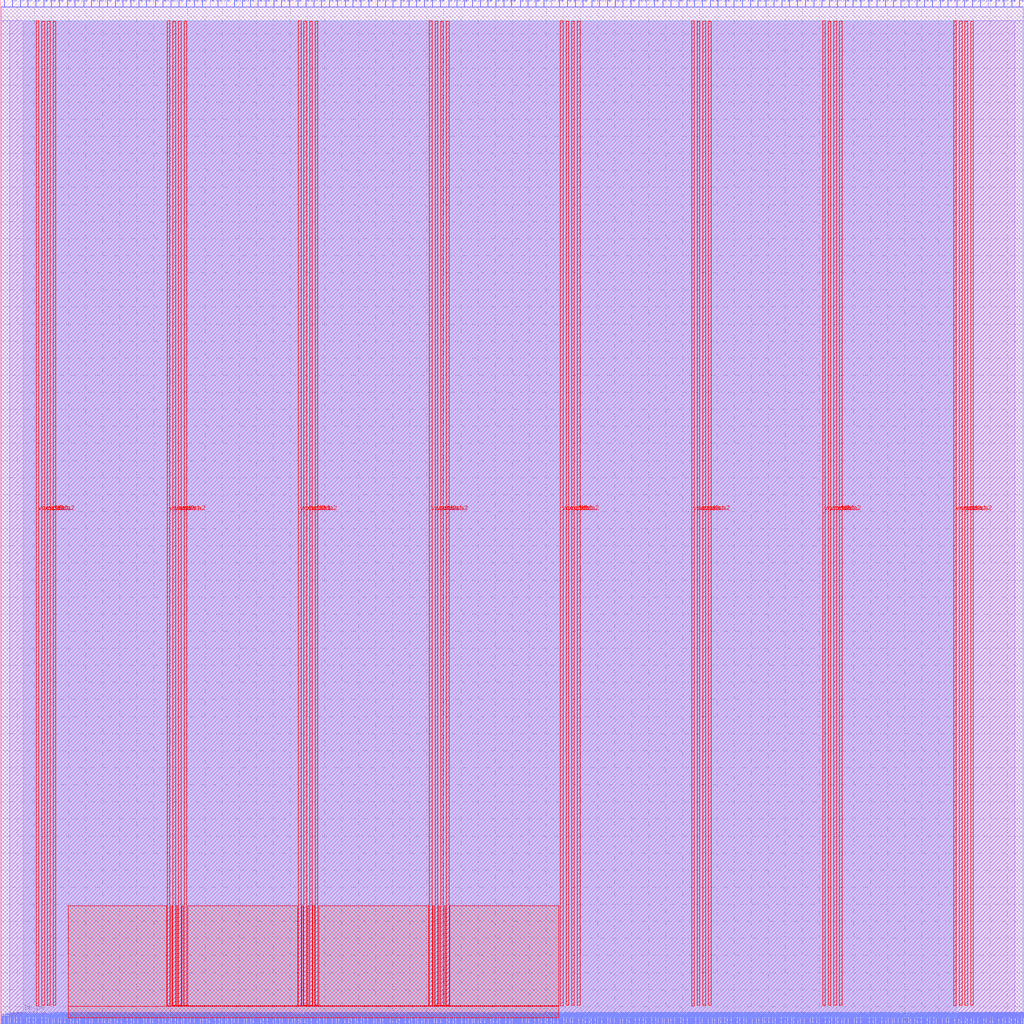
<source format=lef>
VERSION 5.7 ;
  NOWIREEXTENSIONATPIN ON ;
  DIVIDERCHAR "/" ;
  BUSBITCHARS "[]" ;
MACRO user_proj_example
  CLASS BLOCK ;
  FOREIGN user_proj_example ;
  ORIGIN 0.000 0.000 ;
  SIZE 600.000 BY 600.000 ;
  PIN io_in[0]
    DIRECTION INPUT ;
    USE SIGNAL ;
    PORT
      LAYER met2 ;
        RECT 2.390 596.000 2.670 600.000 ;
    END
  END io_in[0]
  PIN io_in[10]
    DIRECTION INPUT ;
    USE SIGNAL ;
    PORT
      LAYER met2 ;
        RECT 141.770 596.000 142.050 600.000 ;
    END
  END io_in[10]
  PIN io_in[11]
    DIRECTION INPUT ;
    USE SIGNAL ;
    PORT
      LAYER met2 ;
        RECT 155.570 596.000 155.850 600.000 ;
    END
  END io_in[11]
  PIN io_in[12]
    DIRECTION INPUT ;
    USE SIGNAL ;
    PORT
      LAYER met2 ;
        RECT 169.370 596.000 169.650 600.000 ;
    END
  END io_in[12]
  PIN io_in[13]
    DIRECTION INPUT ;
    USE SIGNAL ;
    PORT
      LAYER met2 ;
        RECT 183.630 596.000 183.910 600.000 ;
    END
  END io_in[13]
  PIN io_in[14]
    DIRECTION INPUT ;
    USE SIGNAL ;
    PORT
      LAYER met2 ;
        RECT 197.430 596.000 197.710 600.000 ;
    END
  END io_in[14]
  PIN io_in[15]
    DIRECTION INPUT ;
    USE SIGNAL ;
    PORT
      LAYER met2 ;
        RECT 211.230 596.000 211.510 600.000 ;
    END
  END io_in[15]
  PIN io_in[16]
    DIRECTION INPUT ;
    USE SIGNAL ;
    PORT
      LAYER met2 ;
        RECT 225.490 596.000 225.770 600.000 ;
    END
  END io_in[16]
  PIN io_in[17]
    DIRECTION INPUT ;
    USE SIGNAL ;
    PORT
      LAYER met2 ;
        RECT 239.290 596.000 239.570 600.000 ;
    END
  END io_in[17]
  PIN io_in[18]
    DIRECTION INPUT ;
    USE SIGNAL ;
    PORT
      LAYER met2 ;
        RECT 253.090 596.000 253.370 600.000 ;
    END
  END io_in[18]
  PIN io_in[19]
    DIRECTION INPUT ;
    USE SIGNAL ;
    PORT
      LAYER met2 ;
        RECT 267.350 596.000 267.630 600.000 ;
    END
  END io_in[19]
  PIN io_in[1]
    DIRECTION INPUT ;
    USE SIGNAL ;
    PORT
      LAYER met2 ;
        RECT 16.190 596.000 16.470 600.000 ;
    END
  END io_in[1]
  PIN io_in[20]
    DIRECTION INPUT ;
    USE SIGNAL ;
    PORT
      LAYER met2 ;
        RECT 281.150 596.000 281.430 600.000 ;
    END
  END io_in[20]
  PIN io_in[21]
    DIRECTION INPUT ;
    USE SIGNAL ;
    PORT
      LAYER met2 ;
        RECT 294.950 596.000 295.230 600.000 ;
    END
  END io_in[21]
  PIN io_in[22]
    DIRECTION INPUT ;
    USE SIGNAL ;
    PORT
      LAYER met2 ;
        RECT 309.210 596.000 309.490 600.000 ;
    END
  END io_in[22]
  PIN io_in[23]
    DIRECTION INPUT ;
    USE SIGNAL ;
    PORT
      LAYER met2 ;
        RECT 323.010 596.000 323.290 600.000 ;
    END
  END io_in[23]
  PIN io_in[24]
    DIRECTION INPUT ;
    USE SIGNAL ;
    PORT
      LAYER met2 ;
        RECT 336.810 596.000 337.090 600.000 ;
    END
  END io_in[24]
  PIN io_in[25]
    DIRECTION INPUT ;
    USE SIGNAL ;
    PORT
      LAYER met2 ;
        RECT 351.070 596.000 351.350 600.000 ;
    END
  END io_in[25]
  PIN io_in[26]
    DIRECTION INPUT ;
    USE SIGNAL ;
    PORT
      LAYER met2 ;
        RECT 364.870 596.000 365.150 600.000 ;
    END
  END io_in[26]
  PIN io_in[27]
    DIRECTION INPUT ;
    USE SIGNAL ;
    PORT
      LAYER met2 ;
        RECT 378.670 596.000 378.950 600.000 ;
    END
  END io_in[27]
  PIN io_in[28]
    DIRECTION INPUT ;
    USE SIGNAL ;
    PORT
      LAYER met2 ;
        RECT 392.930 596.000 393.210 600.000 ;
    END
  END io_in[28]
  PIN io_in[29]
    DIRECTION INPUT ;
    USE SIGNAL ;
    PORT
      LAYER met2 ;
        RECT 406.730 596.000 407.010 600.000 ;
    END
  END io_in[29]
  PIN io_in[2]
    DIRECTION INPUT ;
    USE SIGNAL ;
    PORT
      LAYER met2 ;
        RECT 29.990 596.000 30.270 600.000 ;
    END
  END io_in[2]
  PIN io_in[30]
    DIRECTION INPUT ;
    USE SIGNAL ;
    PORT
      LAYER met2 ;
        RECT 420.530 596.000 420.810 600.000 ;
    END
  END io_in[30]
  PIN io_in[31]
    DIRECTION INPUT ;
    USE SIGNAL ;
    PORT
      LAYER met2 ;
        RECT 434.790 596.000 435.070 600.000 ;
    END
  END io_in[31]
  PIN io_in[32]
    DIRECTION INPUT ;
    USE SIGNAL ;
    PORT
      LAYER met2 ;
        RECT 448.590 596.000 448.870 600.000 ;
    END
  END io_in[32]
  PIN io_in[33]
    DIRECTION INPUT ;
    USE SIGNAL ;
    PORT
      LAYER met2 ;
        RECT 462.390 596.000 462.670 600.000 ;
    END
  END io_in[33]
  PIN io_in[34]
    DIRECTION INPUT ;
    USE SIGNAL ;
    PORT
      LAYER met2 ;
        RECT 476.650 596.000 476.930 600.000 ;
    END
  END io_in[34]
  PIN io_in[35]
    DIRECTION INPUT ;
    USE SIGNAL ;
    PORT
      LAYER met2 ;
        RECT 490.450 596.000 490.730 600.000 ;
    END
  END io_in[35]
  PIN io_in[36]
    DIRECTION INPUT ;
    USE SIGNAL ;
    PORT
      LAYER met2 ;
        RECT 504.250 596.000 504.530 600.000 ;
    END
  END io_in[36]
  PIN io_in[37]
    DIRECTION INPUT ;
    USE SIGNAL ;
    PORT
      LAYER met2 ;
        RECT 518.510 596.000 518.790 600.000 ;
    END
  END io_in[37]
  PIN io_in[38]
    DIRECTION INPUT ;
    USE SIGNAL ;
    PORT
      LAYER met2 ;
        RECT 532.310 596.000 532.590 600.000 ;
    END
  END io_in[38]
  PIN io_in[39]
    DIRECTION INPUT ;
    USE SIGNAL ;
    PORT
      LAYER met2 ;
        RECT 546.110 596.000 546.390 600.000 ;
    END
  END io_in[39]
  PIN io_in[3]
    DIRECTION INPUT ;
    USE SIGNAL ;
    PORT
      LAYER met2 ;
        RECT 43.790 596.000 44.070 600.000 ;
    END
  END io_in[3]
  PIN io_in[40]
    DIRECTION INPUT ;
    USE SIGNAL ;
    PORT
      LAYER met2 ;
        RECT 560.370 596.000 560.650 600.000 ;
    END
  END io_in[40]
  PIN io_in[41]
    DIRECTION INPUT ;
    USE SIGNAL ;
    PORT
      LAYER met2 ;
        RECT 574.170 596.000 574.450 600.000 ;
    END
  END io_in[41]
  PIN io_in[42]
    DIRECTION INPUT ;
    USE SIGNAL ;
    PORT
      LAYER met2 ;
        RECT 587.970 596.000 588.250 600.000 ;
    END
  END io_in[42]
  PIN io_in[4]
    DIRECTION INPUT ;
    USE SIGNAL ;
    PORT
      LAYER met2 ;
        RECT 58.050 596.000 58.330 600.000 ;
    END
  END io_in[4]
  PIN io_in[5]
    DIRECTION INPUT ;
    USE SIGNAL ;
    PORT
      LAYER met2 ;
        RECT 71.850 596.000 72.130 600.000 ;
    END
  END io_in[5]
  PIN io_in[6]
    DIRECTION INPUT ;
    USE SIGNAL ;
    PORT
      LAYER met2 ;
        RECT 85.650 596.000 85.930 600.000 ;
    END
  END io_in[6]
  PIN io_in[7]
    DIRECTION INPUT ;
    USE SIGNAL ;
    PORT
      LAYER met2 ;
        RECT 99.910 596.000 100.190 600.000 ;
    END
  END io_in[7]
  PIN io_in[8]
    DIRECTION INPUT ;
    USE SIGNAL ;
    PORT
      LAYER met2 ;
        RECT 113.710 596.000 113.990 600.000 ;
    END
  END io_in[8]
  PIN io_in[9]
    DIRECTION INPUT ;
    USE SIGNAL ;
    PORT
      LAYER met2 ;
        RECT 127.510 596.000 127.790 600.000 ;
    END
  END io_in[9]
  PIN io_oeb[0]
    DIRECTION OUTPUT TRISTATE ;
    USE SIGNAL ;
    PORT
      LAYER met2 ;
        RECT 6.990 596.000 7.270 600.000 ;
    END
  END io_oeb[0]
  PIN io_oeb[10]
    DIRECTION OUTPUT TRISTATE ;
    USE SIGNAL ;
    PORT
      LAYER met2 ;
        RECT 146.370 596.000 146.650 600.000 ;
    END
  END io_oeb[10]
  PIN io_oeb[11]
    DIRECTION OUTPUT TRISTATE ;
    USE SIGNAL ;
    PORT
      LAYER met2 ;
        RECT 160.170 596.000 160.450 600.000 ;
    END
  END io_oeb[11]
  PIN io_oeb[12]
    DIRECTION OUTPUT TRISTATE ;
    USE SIGNAL ;
    PORT
      LAYER met2 ;
        RECT 174.430 596.000 174.710 600.000 ;
    END
  END io_oeb[12]
  PIN io_oeb[13]
    DIRECTION OUTPUT TRISTATE ;
    USE SIGNAL ;
    PORT
      LAYER met2 ;
        RECT 188.230 596.000 188.510 600.000 ;
    END
  END io_oeb[13]
  PIN io_oeb[14]
    DIRECTION OUTPUT TRISTATE ;
    USE SIGNAL ;
    PORT
      LAYER met2 ;
        RECT 202.030 596.000 202.310 600.000 ;
    END
  END io_oeb[14]
  PIN io_oeb[15]
    DIRECTION OUTPUT TRISTATE ;
    USE SIGNAL ;
    PORT
      LAYER met2 ;
        RECT 215.830 596.000 216.110 600.000 ;
    END
  END io_oeb[15]
  PIN io_oeb[16]
    DIRECTION OUTPUT TRISTATE ;
    USE SIGNAL ;
    PORT
      LAYER met2 ;
        RECT 230.090 596.000 230.370 600.000 ;
    END
  END io_oeb[16]
  PIN io_oeb[17]
    DIRECTION OUTPUT TRISTATE ;
    USE SIGNAL ;
    PORT
      LAYER met2 ;
        RECT 243.890 596.000 244.170 600.000 ;
    END
  END io_oeb[17]
  PIN io_oeb[18]
    DIRECTION OUTPUT TRISTATE ;
    USE SIGNAL ;
    PORT
      LAYER met2 ;
        RECT 257.690 596.000 257.970 600.000 ;
    END
  END io_oeb[18]
  PIN io_oeb[19]
    DIRECTION OUTPUT TRISTATE ;
    USE SIGNAL ;
    PORT
      LAYER met2 ;
        RECT 271.950 596.000 272.230 600.000 ;
    END
  END io_oeb[19]
  PIN io_oeb[1]
    DIRECTION OUTPUT TRISTATE ;
    USE SIGNAL ;
    PORT
      LAYER met2 ;
        RECT 20.790 596.000 21.070 600.000 ;
    END
  END io_oeb[1]
  PIN io_oeb[20]
    DIRECTION OUTPUT TRISTATE ;
    USE SIGNAL ;
    PORT
      LAYER met2 ;
        RECT 285.750 596.000 286.030 600.000 ;
    END
  END io_oeb[20]
  PIN io_oeb[21]
    DIRECTION OUTPUT TRISTATE ;
    USE SIGNAL ;
    PORT
      LAYER met2 ;
        RECT 299.550 596.000 299.830 600.000 ;
    END
  END io_oeb[21]
  PIN io_oeb[22]
    DIRECTION OUTPUT TRISTATE ;
    USE SIGNAL ;
    PORT
      LAYER met2 ;
        RECT 313.810 596.000 314.090 600.000 ;
    END
  END io_oeb[22]
  PIN io_oeb[23]
    DIRECTION OUTPUT TRISTATE ;
    USE SIGNAL ;
    PORT
      LAYER met2 ;
        RECT 327.610 596.000 327.890 600.000 ;
    END
  END io_oeb[23]
  PIN io_oeb[24]
    DIRECTION OUTPUT TRISTATE ;
    USE SIGNAL ;
    PORT
      LAYER met2 ;
        RECT 341.410 596.000 341.690 600.000 ;
    END
  END io_oeb[24]
  PIN io_oeb[25]
    DIRECTION OUTPUT TRISTATE ;
    USE SIGNAL ;
    PORT
      LAYER met2 ;
        RECT 355.670 596.000 355.950 600.000 ;
    END
  END io_oeb[25]
  PIN io_oeb[26]
    DIRECTION OUTPUT TRISTATE ;
    USE SIGNAL ;
    PORT
      LAYER met2 ;
        RECT 369.470 596.000 369.750 600.000 ;
    END
  END io_oeb[26]
  PIN io_oeb[27]
    DIRECTION OUTPUT TRISTATE ;
    USE SIGNAL ;
    PORT
      LAYER met2 ;
        RECT 383.270 596.000 383.550 600.000 ;
    END
  END io_oeb[27]
  PIN io_oeb[28]
    DIRECTION OUTPUT TRISTATE ;
    USE SIGNAL ;
    PORT
      LAYER met2 ;
        RECT 397.530 596.000 397.810 600.000 ;
    END
  END io_oeb[28]
  PIN io_oeb[29]
    DIRECTION OUTPUT TRISTATE ;
    USE SIGNAL ;
    PORT
      LAYER met2 ;
        RECT 411.330 596.000 411.610 600.000 ;
    END
  END io_oeb[29]
  PIN io_oeb[2]
    DIRECTION OUTPUT TRISTATE ;
    USE SIGNAL ;
    PORT
      LAYER met2 ;
        RECT 34.590 596.000 34.870 600.000 ;
    END
  END io_oeb[2]
  PIN io_oeb[30]
    DIRECTION OUTPUT TRISTATE ;
    USE SIGNAL ;
    PORT
      LAYER met2 ;
        RECT 425.130 596.000 425.410 600.000 ;
    END
  END io_oeb[30]
  PIN io_oeb[31]
    DIRECTION OUTPUT TRISTATE ;
    USE SIGNAL ;
    PORT
      LAYER met2 ;
        RECT 439.390 596.000 439.670 600.000 ;
    END
  END io_oeb[31]
  PIN io_oeb[32]
    DIRECTION OUTPUT TRISTATE ;
    USE SIGNAL ;
    PORT
      LAYER met2 ;
        RECT 453.190 596.000 453.470 600.000 ;
    END
  END io_oeb[32]
  PIN io_oeb[33]
    DIRECTION OUTPUT TRISTATE ;
    USE SIGNAL ;
    PORT
      LAYER met2 ;
        RECT 466.990 596.000 467.270 600.000 ;
    END
  END io_oeb[33]
  PIN io_oeb[34]
    DIRECTION OUTPUT TRISTATE ;
    USE SIGNAL ;
    PORT
      LAYER met2 ;
        RECT 481.250 596.000 481.530 600.000 ;
    END
  END io_oeb[34]
  PIN io_oeb[35]
    DIRECTION OUTPUT TRISTATE ;
    USE SIGNAL ;
    PORT
      LAYER met2 ;
        RECT 495.050 596.000 495.330 600.000 ;
    END
  END io_oeb[35]
  PIN io_oeb[36]
    DIRECTION OUTPUT TRISTATE ;
    USE SIGNAL ;
    PORT
      LAYER met2 ;
        RECT 508.850 596.000 509.130 600.000 ;
    END
  END io_oeb[36]
  PIN io_oeb[37]
    DIRECTION OUTPUT TRISTATE ;
    USE SIGNAL ;
    PORT
      LAYER met2 ;
        RECT 523.110 596.000 523.390 600.000 ;
    END
  END io_oeb[37]
  PIN io_oeb[38]
    DIRECTION OUTPUT TRISTATE ;
    USE SIGNAL ;
    PORT
      LAYER met2 ;
        RECT 536.910 596.000 537.190 600.000 ;
    END
  END io_oeb[38]
  PIN io_oeb[39]
    DIRECTION OUTPUT TRISTATE ;
    USE SIGNAL ;
    PORT
      LAYER met2 ;
        RECT 550.710 596.000 550.990 600.000 ;
    END
  END io_oeb[39]
  PIN io_oeb[3]
    DIRECTION OUTPUT TRISTATE ;
    USE SIGNAL ;
    PORT
      LAYER met2 ;
        RECT 48.850 596.000 49.130 600.000 ;
    END
  END io_oeb[3]
  PIN io_oeb[40]
    DIRECTION OUTPUT TRISTATE ;
    USE SIGNAL ;
    PORT
      LAYER met2 ;
        RECT 564.970 596.000 565.250 600.000 ;
    END
  END io_oeb[40]
  PIN io_oeb[41]
    DIRECTION OUTPUT TRISTATE ;
    USE SIGNAL ;
    PORT
      LAYER met2 ;
        RECT 578.770 596.000 579.050 600.000 ;
    END
  END io_oeb[41]
  PIN io_oeb[42]
    DIRECTION OUTPUT TRISTATE ;
    USE SIGNAL ;
    PORT
      LAYER met2 ;
        RECT 592.570 596.000 592.850 600.000 ;
    END
  END io_oeb[42]
  PIN io_oeb[4]
    DIRECTION OUTPUT TRISTATE ;
    USE SIGNAL ;
    PORT
      LAYER met2 ;
        RECT 62.650 596.000 62.930 600.000 ;
    END
  END io_oeb[4]
  PIN io_oeb[5]
    DIRECTION OUTPUT TRISTATE ;
    USE SIGNAL ;
    PORT
      LAYER met2 ;
        RECT 76.450 596.000 76.730 600.000 ;
    END
  END io_oeb[5]
  PIN io_oeb[6]
    DIRECTION OUTPUT TRISTATE ;
    USE SIGNAL ;
    PORT
      LAYER met2 ;
        RECT 90.710 596.000 90.990 600.000 ;
    END
  END io_oeb[6]
  PIN io_oeb[7]
    DIRECTION OUTPUT TRISTATE ;
    USE SIGNAL ;
    PORT
      LAYER met2 ;
        RECT 104.510 596.000 104.790 600.000 ;
    END
  END io_oeb[7]
  PIN io_oeb[8]
    DIRECTION OUTPUT TRISTATE ;
    USE SIGNAL ;
    PORT
      LAYER met2 ;
        RECT 118.310 596.000 118.590 600.000 ;
    END
  END io_oeb[8]
  PIN io_oeb[9]
    DIRECTION OUTPUT TRISTATE ;
    USE SIGNAL ;
    PORT
      LAYER met2 ;
        RECT 132.570 596.000 132.850 600.000 ;
    END
  END io_oeb[9]
  PIN io_out[0]
    DIRECTION OUTPUT TRISTATE ;
    USE SIGNAL ;
    PORT
      LAYER met2 ;
        RECT 11.590 596.000 11.870 600.000 ;
    END
  END io_out[0]
  PIN io_out[10]
    DIRECTION OUTPUT TRISTATE ;
    USE SIGNAL ;
    PORT
      LAYER met2 ;
        RECT 150.970 596.000 151.250 600.000 ;
    END
  END io_out[10]
  PIN io_out[11]
    DIRECTION OUTPUT TRISTATE ;
    USE SIGNAL ;
    PORT
      LAYER met2 ;
        RECT 164.770 596.000 165.050 600.000 ;
    END
  END io_out[11]
  PIN io_out[12]
    DIRECTION OUTPUT TRISTATE ;
    USE SIGNAL ;
    PORT
      LAYER met2 ;
        RECT 179.030 596.000 179.310 600.000 ;
    END
  END io_out[12]
  PIN io_out[13]
    DIRECTION OUTPUT TRISTATE ;
    USE SIGNAL ;
    PORT
      LAYER met2 ;
        RECT 192.830 596.000 193.110 600.000 ;
    END
  END io_out[13]
  PIN io_out[14]
    DIRECTION OUTPUT TRISTATE ;
    USE SIGNAL ;
    PORT
      LAYER met2 ;
        RECT 206.630 596.000 206.910 600.000 ;
    END
  END io_out[14]
  PIN io_out[15]
    DIRECTION OUTPUT TRISTATE ;
    USE SIGNAL ;
    PORT
      LAYER met2 ;
        RECT 220.890 596.000 221.170 600.000 ;
    END
  END io_out[15]
  PIN io_out[16]
    DIRECTION OUTPUT TRISTATE ;
    USE SIGNAL ;
    PORT
      LAYER met2 ;
        RECT 234.690 596.000 234.970 600.000 ;
    END
  END io_out[16]
  PIN io_out[17]
    DIRECTION OUTPUT TRISTATE ;
    USE SIGNAL ;
    PORT
      LAYER met2 ;
        RECT 248.490 596.000 248.770 600.000 ;
    END
  END io_out[17]
  PIN io_out[18]
    DIRECTION OUTPUT TRISTATE ;
    USE SIGNAL ;
    PORT
      LAYER met2 ;
        RECT 262.750 596.000 263.030 600.000 ;
    END
  END io_out[18]
  PIN io_out[19]
    DIRECTION OUTPUT TRISTATE ;
    USE SIGNAL ;
    PORT
      LAYER met2 ;
        RECT 276.550 596.000 276.830 600.000 ;
    END
  END io_out[19]
  PIN io_out[1]
    DIRECTION OUTPUT TRISTATE ;
    USE SIGNAL ;
    PORT
      LAYER met2 ;
        RECT 25.390 596.000 25.670 600.000 ;
    END
  END io_out[1]
  PIN io_out[20]
    DIRECTION OUTPUT TRISTATE ;
    USE SIGNAL ;
    PORT
      LAYER met2 ;
        RECT 290.350 596.000 290.630 600.000 ;
    END
  END io_out[20]
  PIN io_out[21]
    DIRECTION OUTPUT TRISTATE ;
    USE SIGNAL ;
    PORT
      LAYER met2 ;
        RECT 304.610 596.000 304.890 600.000 ;
    END
  END io_out[21]
  PIN io_out[22]
    DIRECTION OUTPUT TRISTATE ;
    USE SIGNAL ;
    PORT
      LAYER met2 ;
        RECT 318.410 596.000 318.690 600.000 ;
    END
  END io_out[22]
  PIN io_out[23]
    DIRECTION OUTPUT TRISTATE ;
    USE SIGNAL ;
    PORT
      LAYER met2 ;
        RECT 332.210 596.000 332.490 600.000 ;
    END
  END io_out[23]
  PIN io_out[24]
    DIRECTION OUTPUT TRISTATE ;
    USE SIGNAL ;
    PORT
      LAYER met2 ;
        RECT 346.470 596.000 346.750 600.000 ;
    END
  END io_out[24]
  PIN io_out[25]
    DIRECTION OUTPUT TRISTATE ;
    USE SIGNAL ;
    PORT
      LAYER met2 ;
        RECT 360.270 596.000 360.550 600.000 ;
    END
  END io_out[25]
  PIN io_out[26]
    DIRECTION OUTPUT TRISTATE ;
    USE SIGNAL ;
    PORT
      LAYER met2 ;
        RECT 374.070 596.000 374.350 600.000 ;
    END
  END io_out[26]
  PIN io_out[27]
    DIRECTION OUTPUT TRISTATE ;
    USE SIGNAL ;
    PORT
      LAYER met2 ;
        RECT 388.330 596.000 388.610 600.000 ;
    END
  END io_out[27]
  PIN io_out[28]
    DIRECTION OUTPUT TRISTATE ;
    USE SIGNAL ;
    PORT
      LAYER met2 ;
        RECT 402.130 596.000 402.410 600.000 ;
    END
  END io_out[28]
  PIN io_out[29]
    DIRECTION OUTPUT TRISTATE ;
    USE SIGNAL ;
    PORT
      LAYER met2 ;
        RECT 415.930 596.000 416.210 600.000 ;
    END
  END io_out[29]
  PIN io_out[2]
    DIRECTION OUTPUT TRISTATE ;
    USE SIGNAL ;
    PORT
      LAYER met2 ;
        RECT 39.190 596.000 39.470 600.000 ;
    END
  END io_out[2]
  PIN io_out[30]
    DIRECTION OUTPUT TRISTATE ;
    USE SIGNAL ;
    PORT
      LAYER met2 ;
        RECT 429.730 596.000 430.010 600.000 ;
    END
  END io_out[30]
  PIN io_out[31]
    DIRECTION OUTPUT TRISTATE ;
    USE SIGNAL ;
    PORT
      LAYER met2 ;
        RECT 443.990 596.000 444.270 600.000 ;
    END
  END io_out[31]
  PIN io_out[32]
    DIRECTION OUTPUT TRISTATE ;
    USE SIGNAL ;
    PORT
      LAYER met2 ;
        RECT 457.790 596.000 458.070 600.000 ;
    END
  END io_out[32]
  PIN io_out[33]
    DIRECTION OUTPUT TRISTATE ;
    USE SIGNAL ;
    PORT
      LAYER met2 ;
        RECT 471.590 596.000 471.870 600.000 ;
    END
  END io_out[33]
  PIN io_out[34]
    DIRECTION OUTPUT TRISTATE ;
    USE SIGNAL ;
    PORT
      LAYER met2 ;
        RECT 485.850 596.000 486.130 600.000 ;
    END
  END io_out[34]
  PIN io_out[35]
    DIRECTION OUTPUT TRISTATE ;
    USE SIGNAL ;
    PORT
      LAYER met2 ;
        RECT 499.650 596.000 499.930 600.000 ;
    END
  END io_out[35]
  PIN io_out[36]
    DIRECTION OUTPUT TRISTATE ;
    USE SIGNAL ;
    PORT
      LAYER met2 ;
        RECT 513.450 596.000 513.730 600.000 ;
    END
  END io_out[36]
  PIN io_out[37]
    DIRECTION OUTPUT TRISTATE ;
    USE SIGNAL ;
    PORT
      LAYER met2 ;
        RECT 527.710 596.000 527.990 600.000 ;
    END
  END io_out[37]
  PIN io_out[38]
    DIRECTION OUTPUT TRISTATE ;
    USE SIGNAL ;
    PORT
      LAYER met2 ;
        RECT 541.510 596.000 541.790 600.000 ;
    END
  END io_out[38]
  PIN io_out[39]
    DIRECTION OUTPUT TRISTATE ;
    USE SIGNAL ;
    PORT
      LAYER met2 ;
        RECT 555.310 596.000 555.590 600.000 ;
    END
  END io_out[39]
  PIN io_out[3]
    DIRECTION OUTPUT TRISTATE ;
    USE SIGNAL ;
    PORT
      LAYER met2 ;
        RECT 53.450 596.000 53.730 600.000 ;
    END
  END io_out[3]
  PIN io_out[40]
    DIRECTION OUTPUT TRISTATE ;
    USE SIGNAL ;
    PORT
      LAYER met2 ;
        RECT 569.570 596.000 569.850 600.000 ;
    END
  END io_out[40]
  PIN io_out[41]
    DIRECTION OUTPUT TRISTATE ;
    USE SIGNAL ;
    PORT
      LAYER met2 ;
        RECT 583.370 596.000 583.650 600.000 ;
    END
  END io_out[41]
  PIN io_out[42]
    DIRECTION OUTPUT TRISTATE ;
    USE SIGNAL ;
    PORT
      LAYER met2 ;
        RECT 597.170 596.000 597.450 600.000 ;
    END
  END io_out[42]
  PIN io_out[4]
    DIRECTION OUTPUT TRISTATE ;
    USE SIGNAL ;
    PORT
      LAYER met2 ;
        RECT 67.250 596.000 67.530 600.000 ;
    END
  END io_out[4]
  PIN io_out[5]
    DIRECTION OUTPUT TRISTATE ;
    USE SIGNAL ;
    PORT
      LAYER met2 ;
        RECT 81.050 596.000 81.330 600.000 ;
    END
  END io_out[5]
  PIN io_out[6]
    DIRECTION OUTPUT TRISTATE ;
    USE SIGNAL ;
    PORT
      LAYER met2 ;
        RECT 95.310 596.000 95.590 600.000 ;
    END
  END io_out[6]
  PIN io_out[7]
    DIRECTION OUTPUT TRISTATE ;
    USE SIGNAL ;
    PORT
      LAYER met2 ;
        RECT 109.110 596.000 109.390 600.000 ;
    END
  END io_out[7]
  PIN io_out[8]
    DIRECTION OUTPUT TRISTATE ;
    USE SIGNAL ;
    PORT
      LAYER met2 ;
        RECT 122.910 596.000 123.190 600.000 ;
    END
  END io_out[8]
  PIN io_out[9]
    DIRECTION OUTPUT TRISTATE ;
    USE SIGNAL ;
    PORT
      LAYER met2 ;
        RECT 137.170 596.000 137.450 600.000 ;
    END
  END io_out[9]
  PIN la_data_in[0]
    DIRECTION INPUT ;
    USE SIGNAL ;
    PORT
      LAYER met2 ;
        RECT 130.270 0.000 130.550 4.000 ;
    END
  END la_data_in[0]
  PIN la_data_in[100]
    DIRECTION INPUT ;
    USE SIGNAL ;
    PORT
      LAYER met2 ;
        RECT 497.350 0.000 497.630 4.000 ;
    END
  END la_data_in[100]
  PIN la_data_in[101]
    DIRECTION INPUT ;
    USE SIGNAL ;
    PORT
      LAYER met2 ;
        RECT 501.030 0.000 501.310 4.000 ;
    END
  END la_data_in[101]
  PIN la_data_in[102]
    DIRECTION INPUT ;
    USE SIGNAL ;
    PORT
      LAYER met2 ;
        RECT 504.710 0.000 504.990 4.000 ;
    END
  END la_data_in[102]
  PIN la_data_in[103]
    DIRECTION INPUT ;
    USE SIGNAL ;
    PORT
      LAYER met2 ;
        RECT 508.390 0.000 508.670 4.000 ;
    END
  END la_data_in[103]
  PIN la_data_in[104]
    DIRECTION INPUT ;
    USE SIGNAL ;
    PORT
      LAYER met2 ;
        RECT 512.070 0.000 512.350 4.000 ;
    END
  END la_data_in[104]
  PIN la_data_in[105]
    DIRECTION INPUT ;
    USE SIGNAL ;
    PORT
      LAYER met2 ;
        RECT 515.750 0.000 516.030 4.000 ;
    END
  END la_data_in[105]
  PIN la_data_in[106]
    DIRECTION INPUT ;
    USE SIGNAL ;
    PORT
      LAYER met2 ;
        RECT 519.430 0.000 519.710 4.000 ;
    END
  END la_data_in[106]
  PIN la_data_in[107]
    DIRECTION INPUT ;
    USE SIGNAL ;
    PORT
      LAYER met2 ;
        RECT 523.110 0.000 523.390 4.000 ;
    END
  END la_data_in[107]
  PIN la_data_in[108]
    DIRECTION INPUT ;
    USE SIGNAL ;
    PORT
      LAYER met2 ;
        RECT 526.790 0.000 527.070 4.000 ;
    END
  END la_data_in[108]
  PIN la_data_in[109]
    DIRECTION INPUT ;
    USE SIGNAL ;
    PORT
      LAYER met2 ;
        RECT 530.470 0.000 530.750 4.000 ;
    END
  END la_data_in[109]
  PIN la_data_in[10]
    DIRECTION INPUT ;
    USE SIGNAL ;
    PORT
      LAYER met2 ;
        RECT 166.610 0.000 166.890 4.000 ;
    END
  END la_data_in[10]
  PIN la_data_in[110]
    DIRECTION INPUT ;
    USE SIGNAL ;
    PORT
      LAYER met2 ;
        RECT 534.150 0.000 534.430 4.000 ;
    END
  END la_data_in[110]
  PIN la_data_in[111]
    DIRECTION INPUT ;
    USE SIGNAL ;
    PORT
      LAYER met2 ;
        RECT 537.830 0.000 538.110 4.000 ;
    END
  END la_data_in[111]
  PIN la_data_in[112]
    DIRECTION INPUT ;
    USE SIGNAL ;
    PORT
      LAYER met2 ;
        RECT 541.510 0.000 541.790 4.000 ;
    END
  END la_data_in[112]
  PIN la_data_in[113]
    DIRECTION INPUT ;
    USE SIGNAL ;
    PORT
      LAYER met2 ;
        RECT 545.190 0.000 545.470 4.000 ;
    END
  END la_data_in[113]
  PIN la_data_in[114]
    DIRECTION INPUT ;
    USE SIGNAL ;
    PORT
      LAYER met2 ;
        RECT 548.870 0.000 549.150 4.000 ;
    END
  END la_data_in[114]
  PIN la_data_in[115]
    DIRECTION INPUT ;
    USE SIGNAL ;
    PORT
      LAYER met2 ;
        RECT 552.550 0.000 552.830 4.000 ;
    END
  END la_data_in[115]
  PIN la_data_in[116]
    DIRECTION INPUT ;
    USE SIGNAL ;
    PORT
      LAYER met2 ;
        RECT 556.230 0.000 556.510 4.000 ;
    END
  END la_data_in[116]
  PIN la_data_in[117]
    DIRECTION INPUT ;
    USE SIGNAL ;
    PORT
      LAYER met2 ;
        RECT 559.910 0.000 560.190 4.000 ;
    END
  END la_data_in[117]
  PIN la_data_in[118]
    DIRECTION INPUT ;
    USE SIGNAL ;
    PORT
      LAYER met2 ;
        RECT 563.590 0.000 563.870 4.000 ;
    END
  END la_data_in[118]
  PIN la_data_in[119]
    DIRECTION INPUT ;
    USE SIGNAL ;
    PORT
      LAYER met2 ;
        RECT 567.270 0.000 567.550 4.000 ;
    END
  END la_data_in[119]
  PIN la_data_in[11]
    DIRECTION INPUT ;
    USE SIGNAL ;
    PORT
      LAYER met2 ;
        RECT 170.290 0.000 170.570 4.000 ;
    END
  END la_data_in[11]
  PIN la_data_in[120]
    DIRECTION INPUT ;
    USE SIGNAL ;
    PORT
      LAYER met2 ;
        RECT 570.950 0.000 571.230 4.000 ;
    END
  END la_data_in[120]
  PIN la_data_in[121]
    DIRECTION INPUT ;
    USE SIGNAL ;
    PORT
      LAYER met2 ;
        RECT 574.630 0.000 574.910 4.000 ;
    END
  END la_data_in[121]
  PIN la_data_in[122]
    DIRECTION INPUT ;
    USE SIGNAL ;
    PORT
      LAYER met2 ;
        RECT 578.310 0.000 578.590 4.000 ;
    END
  END la_data_in[122]
  PIN la_data_in[123]
    DIRECTION INPUT ;
    USE SIGNAL ;
    PORT
      LAYER met2 ;
        RECT 581.990 0.000 582.270 4.000 ;
    END
  END la_data_in[123]
  PIN la_data_in[124]
    DIRECTION INPUT ;
    USE SIGNAL ;
    PORT
      LAYER met2 ;
        RECT 585.670 0.000 585.950 4.000 ;
    END
  END la_data_in[124]
  PIN la_data_in[125]
    DIRECTION INPUT ;
    USE SIGNAL ;
    PORT
      LAYER met2 ;
        RECT 589.350 0.000 589.630 4.000 ;
    END
  END la_data_in[125]
  PIN la_data_in[126]
    DIRECTION INPUT ;
    USE SIGNAL ;
    PORT
      LAYER met2 ;
        RECT 593.030 0.000 593.310 4.000 ;
    END
  END la_data_in[126]
  PIN la_data_in[127]
    DIRECTION INPUT ;
    USE SIGNAL ;
    PORT
      LAYER met2 ;
        RECT 596.710 0.000 596.990 4.000 ;
    END
  END la_data_in[127]
  PIN la_data_in[12]
    DIRECTION INPUT ;
    USE SIGNAL ;
    PORT
      LAYER met2 ;
        RECT 173.970 0.000 174.250 4.000 ;
    END
  END la_data_in[12]
  PIN la_data_in[13]
    DIRECTION INPUT ;
    USE SIGNAL ;
    PORT
      LAYER met2 ;
        RECT 177.650 0.000 177.930 4.000 ;
    END
  END la_data_in[13]
  PIN la_data_in[14]
    DIRECTION INPUT ;
    USE SIGNAL ;
    PORT
      LAYER met2 ;
        RECT 181.330 0.000 181.610 4.000 ;
    END
  END la_data_in[14]
  PIN la_data_in[15]
    DIRECTION INPUT ;
    USE SIGNAL ;
    PORT
      LAYER met2 ;
        RECT 185.010 0.000 185.290 4.000 ;
    END
  END la_data_in[15]
  PIN la_data_in[16]
    DIRECTION INPUT ;
    USE SIGNAL ;
    PORT
      LAYER met2 ;
        RECT 188.690 0.000 188.970 4.000 ;
    END
  END la_data_in[16]
  PIN la_data_in[17]
    DIRECTION INPUT ;
    USE SIGNAL ;
    PORT
      LAYER met2 ;
        RECT 192.370 0.000 192.650 4.000 ;
    END
  END la_data_in[17]
  PIN la_data_in[18]
    DIRECTION INPUT ;
    USE SIGNAL ;
    PORT
      LAYER met2 ;
        RECT 196.050 0.000 196.330 4.000 ;
    END
  END la_data_in[18]
  PIN la_data_in[19]
    DIRECTION INPUT ;
    USE SIGNAL ;
    PORT
      LAYER met2 ;
        RECT 199.730 0.000 200.010 4.000 ;
    END
  END la_data_in[19]
  PIN la_data_in[1]
    DIRECTION INPUT ;
    USE SIGNAL ;
    PORT
      LAYER met2 ;
        RECT 133.950 0.000 134.230 4.000 ;
    END
  END la_data_in[1]
  PIN la_data_in[20]
    DIRECTION INPUT ;
    USE SIGNAL ;
    PORT
      LAYER met2 ;
        RECT 203.410 0.000 203.690 4.000 ;
    END
  END la_data_in[20]
  PIN la_data_in[21]
    DIRECTION INPUT ;
    USE SIGNAL ;
    PORT
      LAYER met2 ;
        RECT 207.090 0.000 207.370 4.000 ;
    END
  END la_data_in[21]
  PIN la_data_in[22]
    DIRECTION INPUT ;
    USE SIGNAL ;
    PORT
      LAYER met2 ;
        RECT 210.770 0.000 211.050 4.000 ;
    END
  END la_data_in[22]
  PIN la_data_in[23]
    DIRECTION INPUT ;
    USE SIGNAL ;
    PORT
      LAYER met2 ;
        RECT 214.450 0.000 214.730 4.000 ;
    END
  END la_data_in[23]
  PIN la_data_in[24]
    DIRECTION INPUT ;
    USE SIGNAL ;
    PORT
      LAYER met2 ;
        RECT 218.130 0.000 218.410 4.000 ;
    END
  END la_data_in[24]
  PIN la_data_in[25]
    DIRECTION INPUT ;
    USE SIGNAL ;
    PORT
      LAYER met2 ;
        RECT 221.810 0.000 222.090 4.000 ;
    END
  END la_data_in[25]
  PIN la_data_in[26]
    DIRECTION INPUT ;
    USE SIGNAL ;
    PORT
      LAYER met2 ;
        RECT 225.490 0.000 225.770 4.000 ;
    END
  END la_data_in[26]
  PIN la_data_in[27]
    DIRECTION INPUT ;
    USE SIGNAL ;
    PORT
      LAYER met2 ;
        RECT 229.170 0.000 229.450 4.000 ;
    END
  END la_data_in[27]
  PIN la_data_in[28]
    DIRECTION INPUT ;
    USE SIGNAL ;
    PORT
      LAYER met2 ;
        RECT 232.850 0.000 233.130 4.000 ;
    END
  END la_data_in[28]
  PIN la_data_in[29]
    DIRECTION INPUT ;
    USE SIGNAL ;
    PORT
      LAYER met2 ;
        RECT 236.530 0.000 236.810 4.000 ;
    END
  END la_data_in[29]
  PIN la_data_in[2]
    DIRECTION INPUT ;
    USE SIGNAL ;
    PORT
      LAYER met2 ;
        RECT 137.630 0.000 137.910 4.000 ;
    END
  END la_data_in[2]
  PIN la_data_in[30]
    DIRECTION INPUT ;
    USE SIGNAL ;
    PORT
      LAYER met2 ;
        RECT 240.210 0.000 240.490 4.000 ;
    END
  END la_data_in[30]
  PIN la_data_in[31]
    DIRECTION INPUT ;
    USE SIGNAL ;
    PORT
      LAYER met2 ;
        RECT 243.890 0.000 244.170 4.000 ;
    END
  END la_data_in[31]
  PIN la_data_in[32]
    DIRECTION INPUT ;
    USE SIGNAL ;
    PORT
      LAYER met2 ;
        RECT 247.570 0.000 247.850 4.000 ;
    END
  END la_data_in[32]
  PIN la_data_in[33]
    DIRECTION INPUT ;
    USE SIGNAL ;
    PORT
      LAYER met2 ;
        RECT 251.250 0.000 251.530 4.000 ;
    END
  END la_data_in[33]
  PIN la_data_in[34]
    DIRECTION INPUT ;
    USE SIGNAL ;
    PORT
      LAYER met2 ;
        RECT 254.930 0.000 255.210 4.000 ;
    END
  END la_data_in[34]
  PIN la_data_in[35]
    DIRECTION INPUT ;
    USE SIGNAL ;
    PORT
      LAYER met2 ;
        RECT 258.610 0.000 258.890 4.000 ;
    END
  END la_data_in[35]
  PIN la_data_in[36]
    DIRECTION INPUT ;
    USE SIGNAL ;
    PORT
      LAYER met2 ;
        RECT 262.290 0.000 262.570 4.000 ;
    END
  END la_data_in[36]
  PIN la_data_in[37]
    DIRECTION INPUT ;
    USE SIGNAL ;
    PORT
      LAYER met2 ;
        RECT 265.970 0.000 266.250 4.000 ;
    END
  END la_data_in[37]
  PIN la_data_in[38]
    DIRECTION INPUT ;
    USE SIGNAL ;
    PORT
      LAYER met2 ;
        RECT 269.650 0.000 269.930 4.000 ;
    END
  END la_data_in[38]
  PIN la_data_in[39]
    DIRECTION INPUT ;
    USE SIGNAL ;
    PORT
      LAYER met2 ;
        RECT 273.330 0.000 273.610 4.000 ;
    END
  END la_data_in[39]
  PIN la_data_in[3]
    DIRECTION INPUT ;
    USE SIGNAL ;
    PORT
      LAYER met2 ;
        RECT 141.310 0.000 141.590 4.000 ;
    END
  END la_data_in[3]
  PIN la_data_in[40]
    DIRECTION INPUT ;
    USE SIGNAL ;
    PORT
      LAYER met2 ;
        RECT 277.010 0.000 277.290 4.000 ;
    END
  END la_data_in[40]
  PIN la_data_in[41]
    DIRECTION INPUT ;
    USE SIGNAL ;
    PORT
      LAYER met2 ;
        RECT 280.690 0.000 280.970 4.000 ;
    END
  END la_data_in[41]
  PIN la_data_in[42]
    DIRECTION INPUT ;
    USE SIGNAL ;
    PORT
      LAYER met2 ;
        RECT 284.370 0.000 284.650 4.000 ;
    END
  END la_data_in[42]
  PIN la_data_in[43]
    DIRECTION INPUT ;
    USE SIGNAL ;
    PORT
      LAYER met2 ;
        RECT 288.050 0.000 288.330 4.000 ;
    END
  END la_data_in[43]
  PIN la_data_in[44]
    DIRECTION INPUT ;
    USE SIGNAL ;
    PORT
      LAYER met2 ;
        RECT 291.730 0.000 292.010 4.000 ;
    END
  END la_data_in[44]
  PIN la_data_in[45]
    DIRECTION INPUT ;
    USE SIGNAL ;
    PORT
      LAYER met2 ;
        RECT 295.410 0.000 295.690 4.000 ;
    END
  END la_data_in[45]
  PIN la_data_in[46]
    DIRECTION INPUT ;
    USE SIGNAL ;
    PORT
      LAYER met2 ;
        RECT 299.090 0.000 299.370 4.000 ;
    END
  END la_data_in[46]
  PIN la_data_in[47]
    DIRECTION INPUT ;
    USE SIGNAL ;
    PORT
      LAYER met2 ;
        RECT 302.770 0.000 303.050 4.000 ;
    END
  END la_data_in[47]
  PIN la_data_in[48]
    DIRECTION INPUT ;
    USE SIGNAL ;
    PORT
      LAYER met2 ;
        RECT 306.450 0.000 306.730 4.000 ;
    END
  END la_data_in[48]
  PIN la_data_in[49]
    DIRECTION INPUT ;
    USE SIGNAL ;
    PORT
      LAYER met2 ;
        RECT 310.130 0.000 310.410 4.000 ;
    END
  END la_data_in[49]
  PIN la_data_in[4]
    DIRECTION INPUT ;
    USE SIGNAL ;
    PORT
      LAYER met2 ;
        RECT 144.990 0.000 145.270 4.000 ;
    END
  END la_data_in[4]
  PIN la_data_in[50]
    DIRECTION INPUT ;
    USE SIGNAL ;
    PORT
      LAYER met2 ;
        RECT 313.810 0.000 314.090 4.000 ;
    END
  END la_data_in[50]
  PIN la_data_in[51]
    DIRECTION INPUT ;
    USE SIGNAL ;
    PORT
      LAYER met2 ;
        RECT 317.490 0.000 317.770 4.000 ;
    END
  END la_data_in[51]
  PIN la_data_in[52]
    DIRECTION INPUT ;
    USE SIGNAL ;
    PORT
      LAYER met2 ;
        RECT 321.170 0.000 321.450 4.000 ;
    END
  END la_data_in[52]
  PIN la_data_in[53]
    DIRECTION INPUT ;
    USE SIGNAL ;
    PORT
      LAYER met2 ;
        RECT 324.850 0.000 325.130 4.000 ;
    END
  END la_data_in[53]
  PIN la_data_in[54]
    DIRECTION INPUT ;
    USE SIGNAL ;
    PORT
      LAYER met2 ;
        RECT 328.530 0.000 328.810 4.000 ;
    END
  END la_data_in[54]
  PIN la_data_in[55]
    DIRECTION INPUT ;
    USE SIGNAL ;
    PORT
      LAYER met2 ;
        RECT 332.210 0.000 332.490 4.000 ;
    END
  END la_data_in[55]
  PIN la_data_in[56]
    DIRECTION INPUT ;
    USE SIGNAL ;
    PORT
      LAYER met2 ;
        RECT 335.890 0.000 336.170 4.000 ;
    END
  END la_data_in[56]
  PIN la_data_in[57]
    DIRECTION INPUT ;
    USE SIGNAL ;
    PORT
      LAYER met2 ;
        RECT 339.570 0.000 339.850 4.000 ;
    END
  END la_data_in[57]
  PIN la_data_in[58]
    DIRECTION INPUT ;
    USE SIGNAL ;
    PORT
      LAYER met2 ;
        RECT 343.250 0.000 343.530 4.000 ;
    END
  END la_data_in[58]
  PIN la_data_in[59]
    DIRECTION INPUT ;
    USE SIGNAL ;
    PORT
      LAYER met2 ;
        RECT 346.930 0.000 347.210 4.000 ;
    END
  END la_data_in[59]
  PIN la_data_in[5]
    DIRECTION INPUT ;
    USE SIGNAL ;
    PORT
      LAYER met2 ;
        RECT 148.670 0.000 148.950 4.000 ;
    END
  END la_data_in[5]
  PIN la_data_in[60]
    DIRECTION INPUT ;
    USE SIGNAL ;
    PORT
      LAYER met2 ;
        RECT 350.610 0.000 350.890 4.000 ;
    END
  END la_data_in[60]
  PIN la_data_in[61]
    DIRECTION INPUT ;
    USE SIGNAL ;
    PORT
      LAYER met2 ;
        RECT 354.290 0.000 354.570 4.000 ;
    END
  END la_data_in[61]
  PIN la_data_in[62]
    DIRECTION INPUT ;
    USE SIGNAL ;
    PORT
      LAYER met2 ;
        RECT 357.970 0.000 358.250 4.000 ;
    END
  END la_data_in[62]
  PIN la_data_in[63]
    DIRECTION INPUT ;
    USE SIGNAL ;
    PORT
      LAYER met2 ;
        RECT 361.650 0.000 361.930 4.000 ;
    END
  END la_data_in[63]
  PIN la_data_in[64]
    DIRECTION INPUT ;
    USE SIGNAL ;
    PORT
      LAYER met2 ;
        RECT 365.330 0.000 365.610 4.000 ;
    END
  END la_data_in[64]
  PIN la_data_in[65]
    DIRECTION INPUT ;
    USE SIGNAL ;
    PORT
      LAYER met2 ;
        RECT 369.010 0.000 369.290 4.000 ;
    END
  END la_data_in[65]
  PIN la_data_in[66]
    DIRECTION INPUT ;
    USE SIGNAL ;
    PORT
      LAYER met2 ;
        RECT 372.690 0.000 372.970 4.000 ;
    END
  END la_data_in[66]
  PIN la_data_in[67]
    DIRECTION INPUT ;
    USE SIGNAL ;
    PORT
      LAYER met2 ;
        RECT 375.910 0.000 376.190 4.000 ;
    END
  END la_data_in[67]
  PIN la_data_in[68]
    DIRECTION INPUT ;
    USE SIGNAL ;
    PORT
      LAYER met2 ;
        RECT 379.590 0.000 379.870 4.000 ;
    END
  END la_data_in[68]
  PIN la_data_in[69]
    DIRECTION INPUT ;
    USE SIGNAL ;
    PORT
      LAYER met2 ;
        RECT 383.270 0.000 383.550 4.000 ;
    END
  END la_data_in[69]
  PIN la_data_in[6]
    DIRECTION INPUT ;
    USE SIGNAL ;
    PORT
      LAYER met2 ;
        RECT 151.890 0.000 152.170 4.000 ;
    END
  END la_data_in[6]
  PIN la_data_in[70]
    DIRECTION INPUT ;
    USE SIGNAL ;
    PORT
      LAYER met2 ;
        RECT 386.950 0.000 387.230 4.000 ;
    END
  END la_data_in[70]
  PIN la_data_in[71]
    DIRECTION INPUT ;
    USE SIGNAL ;
    PORT
      LAYER met2 ;
        RECT 390.630 0.000 390.910 4.000 ;
    END
  END la_data_in[71]
  PIN la_data_in[72]
    DIRECTION INPUT ;
    USE SIGNAL ;
    PORT
      LAYER met2 ;
        RECT 394.310 0.000 394.590 4.000 ;
    END
  END la_data_in[72]
  PIN la_data_in[73]
    DIRECTION INPUT ;
    USE SIGNAL ;
    PORT
      LAYER met2 ;
        RECT 397.990 0.000 398.270 4.000 ;
    END
  END la_data_in[73]
  PIN la_data_in[74]
    DIRECTION INPUT ;
    USE SIGNAL ;
    PORT
      LAYER met2 ;
        RECT 401.670 0.000 401.950 4.000 ;
    END
  END la_data_in[74]
  PIN la_data_in[75]
    DIRECTION INPUT ;
    USE SIGNAL ;
    PORT
      LAYER met2 ;
        RECT 405.350 0.000 405.630 4.000 ;
    END
  END la_data_in[75]
  PIN la_data_in[76]
    DIRECTION INPUT ;
    USE SIGNAL ;
    PORT
      LAYER met2 ;
        RECT 409.030 0.000 409.310 4.000 ;
    END
  END la_data_in[76]
  PIN la_data_in[77]
    DIRECTION INPUT ;
    USE SIGNAL ;
    PORT
      LAYER met2 ;
        RECT 412.710 0.000 412.990 4.000 ;
    END
  END la_data_in[77]
  PIN la_data_in[78]
    DIRECTION INPUT ;
    USE SIGNAL ;
    PORT
      LAYER met2 ;
        RECT 416.390 0.000 416.670 4.000 ;
    END
  END la_data_in[78]
  PIN la_data_in[79]
    DIRECTION INPUT ;
    USE SIGNAL ;
    PORT
      LAYER met2 ;
        RECT 420.070 0.000 420.350 4.000 ;
    END
  END la_data_in[79]
  PIN la_data_in[7]
    DIRECTION INPUT ;
    USE SIGNAL ;
    PORT
      LAYER met2 ;
        RECT 155.570 0.000 155.850 4.000 ;
    END
  END la_data_in[7]
  PIN la_data_in[80]
    DIRECTION INPUT ;
    USE SIGNAL ;
    PORT
      LAYER met2 ;
        RECT 423.750 0.000 424.030 4.000 ;
    END
  END la_data_in[80]
  PIN la_data_in[81]
    DIRECTION INPUT ;
    USE SIGNAL ;
    PORT
      LAYER met2 ;
        RECT 427.430 0.000 427.710 4.000 ;
    END
  END la_data_in[81]
  PIN la_data_in[82]
    DIRECTION INPUT ;
    USE SIGNAL ;
    PORT
      LAYER met2 ;
        RECT 431.110 0.000 431.390 4.000 ;
    END
  END la_data_in[82]
  PIN la_data_in[83]
    DIRECTION INPUT ;
    USE SIGNAL ;
    PORT
      LAYER met2 ;
        RECT 434.790 0.000 435.070 4.000 ;
    END
  END la_data_in[83]
  PIN la_data_in[84]
    DIRECTION INPUT ;
    USE SIGNAL ;
    PORT
      LAYER met2 ;
        RECT 438.470 0.000 438.750 4.000 ;
    END
  END la_data_in[84]
  PIN la_data_in[85]
    DIRECTION INPUT ;
    USE SIGNAL ;
    PORT
      LAYER met2 ;
        RECT 442.150 0.000 442.430 4.000 ;
    END
  END la_data_in[85]
  PIN la_data_in[86]
    DIRECTION INPUT ;
    USE SIGNAL ;
    PORT
      LAYER met2 ;
        RECT 445.830 0.000 446.110 4.000 ;
    END
  END la_data_in[86]
  PIN la_data_in[87]
    DIRECTION INPUT ;
    USE SIGNAL ;
    PORT
      LAYER met2 ;
        RECT 449.510 0.000 449.790 4.000 ;
    END
  END la_data_in[87]
  PIN la_data_in[88]
    DIRECTION INPUT ;
    USE SIGNAL ;
    PORT
      LAYER met2 ;
        RECT 453.190 0.000 453.470 4.000 ;
    END
  END la_data_in[88]
  PIN la_data_in[89]
    DIRECTION INPUT ;
    USE SIGNAL ;
    PORT
      LAYER met2 ;
        RECT 456.870 0.000 457.150 4.000 ;
    END
  END la_data_in[89]
  PIN la_data_in[8]
    DIRECTION INPUT ;
    USE SIGNAL ;
    PORT
      LAYER met2 ;
        RECT 159.250 0.000 159.530 4.000 ;
    END
  END la_data_in[8]
  PIN la_data_in[90]
    DIRECTION INPUT ;
    USE SIGNAL ;
    PORT
      LAYER met2 ;
        RECT 460.550 0.000 460.830 4.000 ;
    END
  END la_data_in[90]
  PIN la_data_in[91]
    DIRECTION INPUT ;
    USE SIGNAL ;
    PORT
      LAYER met2 ;
        RECT 464.230 0.000 464.510 4.000 ;
    END
  END la_data_in[91]
  PIN la_data_in[92]
    DIRECTION INPUT ;
    USE SIGNAL ;
    PORT
      LAYER met2 ;
        RECT 467.910 0.000 468.190 4.000 ;
    END
  END la_data_in[92]
  PIN la_data_in[93]
    DIRECTION INPUT ;
    USE SIGNAL ;
    PORT
      LAYER met2 ;
        RECT 471.590 0.000 471.870 4.000 ;
    END
  END la_data_in[93]
  PIN la_data_in[94]
    DIRECTION INPUT ;
    USE SIGNAL ;
    PORT
      LAYER met2 ;
        RECT 475.270 0.000 475.550 4.000 ;
    END
  END la_data_in[94]
  PIN la_data_in[95]
    DIRECTION INPUT ;
    USE SIGNAL ;
    PORT
      LAYER met2 ;
        RECT 478.950 0.000 479.230 4.000 ;
    END
  END la_data_in[95]
  PIN la_data_in[96]
    DIRECTION INPUT ;
    USE SIGNAL ;
    PORT
      LAYER met2 ;
        RECT 482.630 0.000 482.910 4.000 ;
    END
  END la_data_in[96]
  PIN la_data_in[97]
    DIRECTION INPUT ;
    USE SIGNAL ;
    PORT
      LAYER met2 ;
        RECT 486.310 0.000 486.590 4.000 ;
    END
  END la_data_in[97]
  PIN la_data_in[98]
    DIRECTION INPUT ;
    USE SIGNAL ;
    PORT
      LAYER met2 ;
        RECT 489.990 0.000 490.270 4.000 ;
    END
  END la_data_in[98]
  PIN la_data_in[99]
    DIRECTION INPUT ;
    USE SIGNAL ;
    PORT
      LAYER met2 ;
        RECT 493.670 0.000 493.950 4.000 ;
    END
  END la_data_in[99]
  PIN la_data_in[9]
    DIRECTION INPUT ;
    USE SIGNAL ;
    PORT
      LAYER met2 ;
        RECT 162.930 0.000 163.210 4.000 ;
    END
  END la_data_in[9]
  PIN la_data_out[0]
    DIRECTION OUTPUT TRISTATE ;
    USE SIGNAL ;
    PORT
      LAYER met2 ;
        RECT 131.190 0.000 131.470 4.000 ;
    END
  END la_data_out[0]
  PIN la_data_out[100]
    DIRECTION OUTPUT TRISTATE ;
    USE SIGNAL ;
    PORT
      LAYER met2 ;
        RECT 498.730 0.000 499.010 4.000 ;
    END
  END la_data_out[100]
  PIN la_data_out[101]
    DIRECTION OUTPUT TRISTATE ;
    USE SIGNAL ;
    PORT
      LAYER met2 ;
        RECT 502.410 0.000 502.690 4.000 ;
    END
  END la_data_out[101]
  PIN la_data_out[102]
    DIRECTION OUTPUT TRISTATE ;
    USE SIGNAL ;
    PORT
      LAYER met2 ;
        RECT 506.090 0.000 506.370 4.000 ;
    END
  END la_data_out[102]
  PIN la_data_out[103]
    DIRECTION OUTPUT TRISTATE ;
    USE SIGNAL ;
    PORT
      LAYER met2 ;
        RECT 509.770 0.000 510.050 4.000 ;
    END
  END la_data_out[103]
  PIN la_data_out[104]
    DIRECTION OUTPUT TRISTATE ;
    USE SIGNAL ;
    PORT
      LAYER met2 ;
        RECT 513.450 0.000 513.730 4.000 ;
    END
  END la_data_out[104]
  PIN la_data_out[105]
    DIRECTION OUTPUT TRISTATE ;
    USE SIGNAL ;
    PORT
      LAYER met2 ;
        RECT 517.130 0.000 517.410 4.000 ;
    END
  END la_data_out[105]
  PIN la_data_out[106]
    DIRECTION OUTPUT TRISTATE ;
    USE SIGNAL ;
    PORT
      LAYER met2 ;
        RECT 520.810 0.000 521.090 4.000 ;
    END
  END la_data_out[106]
  PIN la_data_out[107]
    DIRECTION OUTPUT TRISTATE ;
    USE SIGNAL ;
    PORT
      LAYER met2 ;
        RECT 524.490 0.000 524.770 4.000 ;
    END
  END la_data_out[107]
  PIN la_data_out[108]
    DIRECTION OUTPUT TRISTATE ;
    USE SIGNAL ;
    PORT
      LAYER met2 ;
        RECT 527.710 0.000 527.990 4.000 ;
    END
  END la_data_out[108]
  PIN la_data_out[109]
    DIRECTION OUTPUT TRISTATE ;
    USE SIGNAL ;
    PORT
      LAYER met2 ;
        RECT 531.390 0.000 531.670 4.000 ;
    END
  END la_data_out[109]
  PIN la_data_out[10]
    DIRECTION OUTPUT TRISTATE ;
    USE SIGNAL ;
    PORT
      LAYER met2 ;
        RECT 167.990 0.000 168.270 4.000 ;
    END
  END la_data_out[10]
  PIN la_data_out[110]
    DIRECTION OUTPUT TRISTATE ;
    USE SIGNAL ;
    PORT
      LAYER met2 ;
        RECT 535.070 0.000 535.350 4.000 ;
    END
  END la_data_out[110]
  PIN la_data_out[111]
    DIRECTION OUTPUT TRISTATE ;
    USE SIGNAL ;
    PORT
      LAYER met2 ;
        RECT 538.750 0.000 539.030 4.000 ;
    END
  END la_data_out[111]
  PIN la_data_out[112]
    DIRECTION OUTPUT TRISTATE ;
    USE SIGNAL ;
    PORT
      LAYER met2 ;
        RECT 542.430 0.000 542.710 4.000 ;
    END
  END la_data_out[112]
  PIN la_data_out[113]
    DIRECTION OUTPUT TRISTATE ;
    USE SIGNAL ;
    PORT
      LAYER met2 ;
        RECT 546.110 0.000 546.390 4.000 ;
    END
  END la_data_out[113]
  PIN la_data_out[114]
    DIRECTION OUTPUT TRISTATE ;
    USE SIGNAL ;
    PORT
      LAYER met2 ;
        RECT 549.790 0.000 550.070 4.000 ;
    END
  END la_data_out[114]
  PIN la_data_out[115]
    DIRECTION OUTPUT TRISTATE ;
    USE SIGNAL ;
    PORT
      LAYER met2 ;
        RECT 553.470 0.000 553.750 4.000 ;
    END
  END la_data_out[115]
  PIN la_data_out[116]
    DIRECTION OUTPUT TRISTATE ;
    USE SIGNAL ;
    PORT
      LAYER met2 ;
        RECT 557.150 0.000 557.430 4.000 ;
    END
  END la_data_out[116]
  PIN la_data_out[117]
    DIRECTION OUTPUT TRISTATE ;
    USE SIGNAL ;
    PORT
      LAYER met2 ;
        RECT 560.830 0.000 561.110 4.000 ;
    END
  END la_data_out[117]
  PIN la_data_out[118]
    DIRECTION OUTPUT TRISTATE ;
    USE SIGNAL ;
    PORT
      LAYER met2 ;
        RECT 564.510 0.000 564.790 4.000 ;
    END
  END la_data_out[118]
  PIN la_data_out[119]
    DIRECTION OUTPUT TRISTATE ;
    USE SIGNAL ;
    PORT
      LAYER met2 ;
        RECT 568.190 0.000 568.470 4.000 ;
    END
  END la_data_out[119]
  PIN la_data_out[11]
    DIRECTION OUTPUT TRISTATE ;
    USE SIGNAL ;
    PORT
      LAYER met2 ;
        RECT 171.670 0.000 171.950 4.000 ;
    END
  END la_data_out[11]
  PIN la_data_out[120]
    DIRECTION OUTPUT TRISTATE ;
    USE SIGNAL ;
    PORT
      LAYER met2 ;
        RECT 571.870 0.000 572.150 4.000 ;
    END
  END la_data_out[120]
  PIN la_data_out[121]
    DIRECTION OUTPUT TRISTATE ;
    USE SIGNAL ;
    PORT
      LAYER met2 ;
        RECT 575.550 0.000 575.830 4.000 ;
    END
  END la_data_out[121]
  PIN la_data_out[122]
    DIRECTION OUTPUT TRISTATE ;
    USE SIGNAL ;
    PORT
      LAYER met2 ;
        RECT 579.230 0.000 579.510 4.000 ;
    END
  END la_data_out[122]
  PIN la_data_out[123]
    DIRECTION OUTPUT TRISTATE ;
    USE SIGNAL ;
    PORT
      LAYER met2 ;
        RECT 582.910 0.000 583.190 4.000 ;
    END
  END la_data_out[123]
  PIN la_data_out[124]
    DIRECTION OUTPUT TRISTATE ;
    USE SIGNAL ;
    PORT
      LAYER met2 ;
        RECT 586.590 0.000 586.870 4.000 ;
    END
  END la_data_out[124]
  PIN la_data_out[125]
    DIRECTION OUTPUT TRISTATE ;
    USE SIGNAL ;
    PORT
      LAYER met2 ;
        RECT 590.270 0.000 590.550 4.000 ;
    END
  END la_data_out[125]
  PIN la_data_out[126]
    DIRECTION OUTPUT TRISTATE ;
    USE SIGNAL ;
    PORT
      LAYER met2 ;
        RECT 593.950 0.000 594.230 4.000 ;
    END
  END la_data_out[126]
  PIN la_data_out[127]
    DIRECTION OUTPUT TRISTATE ;
    USE SIGNAL ;
    PORT
      LAYER met2 ;
        RECT 597.630 0.000 597.910 4.000 ;
    END
  END la_data_out[127]
  PIN la_data_out[12]
    DIRECTION OUTPUT TRISTATE ;
    USE SIGNAL ;
    PORT
      LAYER met2 ;
        RECT 175.350 0.000 175.630 4.000 ;
    END
  END la_data_out[12]
  PIN la_data_out[13]
    DIRECTION OUTPUT TRISTATE ;
    USE SIGNAL ;
    PORT
      LAYER met2 ;
        RECT 179.030 0.000 179.310 4.000 ;
    END
  END la_data_out[13]
  PIN la_data_out[14]
    DIRECTION OUTPUT TRISTATE ;
    USE SIGNAL ;
    PORT
      LAYER met2 ;
        RECT 182.710 0.000 182.990 4.000 ;
    END
  END la_data_out[14]
  PIN la_data_out[15]
    DIRECTION OUTPUT TRISTATE ;
    USE SIGNAL ;
    PORT
      LAYER met2 ;
        RECT 186.390 0.000 186.670 4.000 ;
    END
  END la_data_out[15]
  PIN la_data_out[16]
    DIRECTION OUTPUT TRISTATE ;
    USE SIGNAL ;
    PORT
      LAYER met2 ;
        RECT 190.070 0.000 190.350 4.000 ;
    END
  END la_data_out[16]
  PIN la_data_out[17]
    DIRECTION OUTPUT TRISTATE ;
    USE SIGNAL ;
    PORT
      LAYER met2 ;
        RECT 193.750 0.000 194.030 4.000 ;
    END
  END la_data_out[17]
  PIN la_data_out[18]
    DIRECTION OUTPUT TRISTATE ;
    USE SIGNAL ;
    PORT
      LAYER met2 ;
        RECT 197.430 0.000 197.710 4.000 ;
    END
  END la_data_out[18]
  PIN la_data_out[19]
    DIRECTION OUTPUT TRISTATE ;
    USE SIGNAL ;
    PORT
      LAYER met2 ;
        RECT 201.110 0.000 201.390 4.000 ;
    END
  END la_data_out[19]
  PIN la_data_out[1]
    DIRECTION OUTPUT TRISTATE ;
    USE SIGNAL ;
    PORT
      LAYER met2 ;
        RECT 134.870 0.000 135.150 4.000 ;
    END
  END la_data_out[1]
  PIN la_data_out[20]
    DIRECTION OUTPUT TRISTATE ;
    USE SIGNAL ;
    PORT
      LAYER met2 ;
        RECT 204.790 0.000 205.070 4.000 ;
    END
  END la_data_out[20]
  PIN la_data_out[21]
    DIRECTION OUTPUT TRISTATE ;
    USE SIGNAL ;
    PORT
      LAYER met2 ;
        RECT 208.470 0.000 208.750 4.000 ;
    END
  END la_data_out[21]
  PIN la_data_out[22]
    DIRECTION OUTPUT TRISTATE ;
    USE SIGNAL ;
    PORT
      LAYER met2 ;
        RECT 212.150 0.000 212.430 4.000 ;
    END
  END la_data_out[22]
  PIN la_data_out[23]
    DIRECTION OUTPUT TRISTATE ;
    USE SIGNAL ;
    PORT
      LAYER met2 ;
        RECT 215.830 0.000 216.110 4.000 ;
    END
  END la_data_out[23]
  PIN la_data_out[24]
    DIRECTION OUTPUT TRISTATE ;
    USE SIGNAL ;
    PORT
      LAYER met2 ;
        RECT 219.510 0.000 219.790 4.000 ;
    END
  END la_data_out[24]
  PIN la_data_out[25]
    DIRECTION OUTPUT TRISTATE ;
    USE SIGNAL ;
    PORT
      LAYER met2 ;
        RECT 223.190 0.000 223.470 4.000 ;
    END
  END la_data_out[25]
  PIN la_data_out[26]
    DIRECTION OUTPUT TRISTATE ;
    USE SIGNAL ;
    PORT
      LAYER met2 ;
        RECT 226.870 0.000 227.150 4.000 ;
    END
  END la_data_out[26]
  PIN la_data_out[27]
    DIRECTION OUTPUT TRISTATE ;
    USE SIGNAL ;
    PORT
      LAYER met2 ;
        RECT 230.550 0.000 230.830 4.000 ;
    END
  END la_data_out[27]
  PIN la_data_out[28]
    DIRECTION OUTPUT TRISTATE ;
    USE SIGNAL ;
    PORT
      LAYER met2 ;
        RECT 234.230 0.000 234.510 4.000 ;
    END
  END la_data_out[28]
  PIN la_data_out[29]
    DIRECTION OUTPUT TRISTATE ;
    USE SIGNAL ;
    PORT
      LAYER met2 ;
        RECT 237.910 0.000 238.190 4.000 ;
    END
  END la_data_out[29]
  PIN la_data_out[2]
    DIRECTION OUTPUT TRISTATE ;
    USE SIGNAL ;
    PORT
      LAYER met2 ;
        RECT 138.550 0.000 138.830 4.000 ;
    END
  END la_data_out[2]
  PIN la_data_out[30]
    DIRECTION OUTPUT TRISTATE ;
    USE SIGNAL ;
    PORT
      LAYER met2 ;
        RECT 241.590 0.000 241.870 4.000 ;
    END
  END la_data_out[30]
  PIN la_data_out[31]
    DIRECTION OUTPUT TRISTATE ;
    USE SIGNAL ;
    PORT
      LAYER met2 ;
        RECT 245.270 0.000 245.550 4.000 ;
    END
  END la_data_out[31]
  PIN la_data_out[32]
    DIRECTION OUTPUT TRISTATE ;
    USE SIGNAL ;
    PORT
      LAYER met2 ;
        RECT 248.950 0.000 249.230 4.000 ;
    END
  END la_data_out[32]
  PIN la_data_out[33]
    DIRECTION OUTPUT TRISTATE ;
    USE SIGNAL ;
    PORT
      LAYER met2 ;
        RECT 252.630 0.000 252.910 4.000 ;
    END
  END la_data_out[33]
  PIN la_data_out[34]
    DIRECTION OUTPUT TRISTATE ;
    USE SIGNAL ;
    PORT
      LAYER met2 ;
        RECT 256.310 0.000 256.590 4.000 ;
    END
  END la_data_out[34]
  PIN la_data_out[35]
    DIRECTION OUTPUT TRISTATE ;
    USE SIGNAL ;
    PORT
      LAYER met2 ;
        RECT 259.990 0.000 260.270 4.000 ;
    END
  END la_data_out[35]
  PIN la_data_out[36]
    DIRECTION OUTPUT TRISTATE ;
    USE SIGNAL ;
    PORT
      LAYER met2 ;
        RECT 263.670 0.000 263.950 4.000 ;
    END
  END la_data_out[36]
  PIN la_data_out[37]
    DIRECTION OUTPUT TRISTATE ;
    USE SIGNAL ;
    PORT
      LAYER met2 ;
        RECT 267.350 0.000 267.630 4.000 ;
    END
  END la_data_out[37]
  PIN la_data_out[38]
    DIRECTION OUTPUT TRISTATE ;
    USE SIGNAL ;
    PORT
      LAYER met2 ;
        RECT 271.030 0.000 271.310 4.000 ;
    END
  END la_data_out[38]
  PIN la_data_out[39]
    DIRECTION OUTPUT TRISTATE ;
    USE SIGNAL ;
    PORT
      LAYER met2 ;
        RECT 274.710 0.000 274.990 4.000 ;
    END
  END la_data_out[39]
  PIN la_data_out[3]
    DIRECTION OUTPUT TRISTATE ;
    USE SIGNAL ;
    PORT
      LAYER met2 ;
        RECT 142.230 0.000 142.510 4.000 ;
    END
  END la_data_out[3]
  PIN la_data_out[40]
    DIRECTION OUTPUT TRISTATE ;
    USE SIGNAL ;
    PORT
      LAYER met2 ;
        RECT 278.390 0.000 278.670 4.000 ;
    END
  END la_data_out[40]
  PIN la_data_out[41]
    DIRECTION OUTPUT TRISTATE ;
    USE SIGNAL ;
    PORT
      LAYER met2 ;
        RECT 282.070 0.000 282.350 4.000 ;
    END
  END la_data_out[41]
  PIN la_data_out[42]
    DIRECTION OUTPUT TRISTATE ;
    USE SIGNAL ;
    PORT
      LAYER met2 ;
        RECT 285.750 0.000 286.030 4.000 ;
    END
  END la_data_out[42]
  PIN la_data_out[43]
    DIRECTION OUTPUT TRISTATE ;
    USE SIGNAL ;
    PORT
      LAYER met2 ;
        RECT 289.430 0.000 289.710 4.000 ;
    END
  END la_data_out[43]
  PIN la_data_out[44]
    DIRECTION OUTPUT TRISTATE ;
    USE SIGNAL ;
    PORT
      LAYER met2 ;
        RECT 293.110 0.000 293.390 4.000 ;
    END
  END la_data_out[44]
  PIN la_data_out[45]
    DIRECTION OUTPUT TRISTATE ;
    USE SIGNAL ;
    PORT
      LAYER met2 ;
        RECT 296.790 0.000 297.070 4.000 ;
    END
  END la_data_out[45]
  PIN la_data_out[46]
    DIRECTION OUTPUT TRISTATE ;
    USE SIGNAL ;
    PORT
      LAYER met2 ;
        RECT 300.470 0.000 300.750 4.000 ;
    END
  END la_data_out[46]
  PIN la_data_out[47]
    DIRECTION OUTPUT TRISTATE ;
    USE SIGNAL ;
    PORT
      LAYER met2 ;
        RECT 303.690 0.000 303.970 4.000 ;
    END
  END la_data_out[47]
  PIN la_data_out[48]
    DIRECTION OUTPUT TRISTATE ;
    USE SIGNAL ;
    PORT
      LAYER met2 ;
        RECT 307.370 0.000 307.650 4.000 ;
    END
  END la_data_out[48]
  PIN la_data_out[49]
    DIRECTION OUTPUT TRISTATE ;
    USE SIGNAL ;
    PORT
      LAYER met2 ;
        RECT 311.050 0.000 311.330 4.000 ;
    END
  END la_data_out[49]
  PIN la_data_out[4]
    DIRECTION OUTPUT TRISTATE ;
    USE SIGNAL ;
    PORT
      LAYER met2 ;
        RECT 145.910 0.000 146.190 4.000 ;
    END
  END la_data_out[4]
  PIN la_data_out[50]
    DIRECTION OUTPUT TRISTATE ;
    USE SIGNAL ;
    PORT
      LAYER met2 ;
        RECT 314.730 0.000 315.010 4.000 ;
    END
  END la_data_out[50]
  PIN la_data_out[51]
    DIRECTION OUTPUT TRISTATE ;
    USE SIGNAL ;
    PORT
      LAYER met2 ;
        RECT 318.410 0.000 318.690 4.000 ;
    END
  END la_data_out[51]
  PIN la_data_out[52]
    DIRECTION OUTPUT TRISTATE ;
    USE SIGNAL ;
    PORT
      LAYER met2 ;
        RECT 322.090 0.000 322.370 4.000 ;
    END
  END la_data_out[52]
  PIN la_data_out[53]
    DIRECTION OUTPUT TRISTATE ;
    USE SIGNAL ;
    PORT
      LAYER met2 ;
        RECT 325.770 0.000 326.050 4.000 ;
    END
  END la_data_out[53]
  PIN la_data_out[54]
    DIRECTION OUTPUT TRISTATE ;
    USE SIGNAL ;
    PORT
      LAYER met2 ;
        RECT 329.450 0.000 329.730 4.000 ;
    END
  END la_data_out[54]
  PIN la_data_out[55]
    DIRECTION OUTPUT TRISTATE ;
    USE SIGNAL ;
    PORT
      LAYER met2 ;
        RECT 333.130 0.000 333.410 4.000 ;
    END
  END la_data_out[55]
  PIN la_data_out[56]
    DIRECTION OUTPUT TRISTATE ;
    USE SIGNAL ;
    PORT
      LAYER met2 ;
        RECT 336.810 0.000 337.090 4.000 ;
    END
  END la_data_out[56]
  PIN la_data_out[57]
    DIRECTION OUTPUT TRISTATE ;
    USE SIGNAL ;
    PORT
      LAYER met2 ;
        RECT 340.490 0.000 340.770 4.000 ;
    END
  END la_data_out[57]
  PIN la_data_out[58]
    DIRECTION OUTPUT TRISTATE ;
    USE SIGNAL ;
    PORT
      LAYER met2 ;
        RECT 344.170 0.000 344.450 4.000 ;
    END
  END la_data_out[58]
  PIN la_data_out[59]
    DIRECTION OUTPUT TRISTATE ;
    USE SIGNAL ;
    PORT
      LAYER met2 ;
        RECT 347.850 0.000 348.130 4.000 ;
    END
  END la_data_out[59]
  PIN la_data_out[5]
    DIRECTION OUTPUT TRISTATE ;
    USE SIGNAL ;
    PORT
      LAYER met2 ;
        RECT 149.590 0.000 149.870 4.000 ;
    END
  END la_data_out[5]
  PIN la_data_out[60]
    DIRECTION OUTPUT TRISTATE ;
    USE SIGNAL ;
    PORT
      LAYER met2 ;
        RECT 351.530 0.000 351.810 4.000 ;
    END
  END la_data_out[60]
  PIN la_data_out[61]
    DIRECTION OUTPUT TRISTATE ;
    USE SIGNAL ;
    PORT
      LAYER met2 ;
        RECT 355.210 0.000 355.490 4.000 ;
    END
  END la_data_out[61]
  PIN la_data_out[62]
    DIRECTION OUTPUT TRISTATE ;
    USE SIGNAL ;
    PORT
      LAYER met2 ;
        RECT 358.890 0.000 359.170 4.000 ;
    END
  END la_data_out[62]
  PIN la_data_out[63]
    DIRECTION OUTPUT TRISTATE ;
    USE SIGNAL ;
    PORT
      LAYER met2 ;
        RECT 362.570 0.000 362.850 4.000 ;
    END
  END la_data_out[63]
  PIN la_data_out[64]
    DIRECTION OUTPUT TRISTATE ;
    USE SIGNAL ;
    PORT
      LAYER met2 ;
        RECT 366.250 0.000 366.530 4.000 ;
    END
  END la_data_out[64]
  PIN la_data_out[65]
    DIRECTION OUTPUT TRISTATE ;
    USE SIGNAL ;
    PORT
      LAYER met2 ;
        RECT 369.930 0.000 370.210 4.000 ;
    END
  END la_data_out[65]
  PIN la_data_out[66]
    DIRECTION OUTPUT TRISTATE ;
    USE SIGNAL ;
    PORT
      LAYER met2 ;
        RECT 373.610 0.000 373.890 4.000 ;
    END
  END la_data_out[66]
  PIN la_data_out[67]
    DIRECTION OUTPUT TRISTATE ;
    USE SIGNAL ;
    PORT
      LAYER met2 ;
        RECT 377.290 0.000 377.570 4.000 ;
    END
  END la_data_out[67]
  PIN la_data_out[68]
    DIRECTION OUTPUT TRISTATE ;
    USE SIGNAL ;
    PORT
      LAYER met2 ;
        RECT 380.970 0.000 381.250 4.000 ;
    END
  END la_data_out[68]
  PIN la_data_out[69]
    DIRECTION OUTPUT TRISTATE ;
    USE SIGNAL ;
    PORT
      LAYER met2 ;
        RECT 384.650 0.000 384.930 4.000 ;
    END
  END la_data_out[69]
  PIN la_data_out[6]
    DIRECTION OUTPUT TRISTATE ;
    USE SIGNAL ;
    PORT
      LAYER met2 ;
        RECT 153.270 0.000 153.550 4.000 ;
    END
  END la_data_out[6]
  PIN la_data_out[70]
    DIRECTION OUTPUT TRISTATE ;
    USE SIGNAL ;
    PORT
      LAYER met2 ;
        RECT 388.330 0.000 388.610 4.000 ;
    END
  END la_data_out[70]
  PIN la_data_out[71]
    DIRECTION OUTPUT TRISTATE ;
    USE SIGNAL ;
    PORT
      LAYER met2 ;
        RECT 392.010 0.000 392.290 4.000 ;
    END
  END la_data_out[71]
  PIN la_data_out[72]
    DIRECTION OUTPUT TRISTATE ;
    USE SIGNAL ;
    PORT
      LAYER met2 ;
        RECT 395.690 0.000 395.970 4.000 ;
    END
  END la_data_out[72]
  PIN la_data_out[73]
    DIRECTION OUTPUT TRISTATE ;
    USE SIGNAL ;
    PORT
      LAYER met2 ;
        RECT 399.370 0.000 399.650 4.000 ;
    END
  END la_data_out[73]
  PIN la_data_out[74]
    DIRECTION OUTPUT TRISTATE ;
    USE SIGNAL ;
    PORT
      LAYER met2 ;
        RECT 403.050 0.000 403.330 4.000 ;
    END
  END la_data_out[74]
  PIN la_data_out[75]
    DIRECTION OUTPUT TRISTATE ;
    USE SIGNAL ;
    PORT
      LAYER met2 ;
        RECT 406.730 0.000 407.010 4.000 ;
    END
  END la_data_out[75]
  PIN la_data_out[76]
    DIRECTION OUTPUT TRISTATE ;
    USE SIGNAL ;
    PORT
      LAYER met2 ;
        RECT 410.410 0.000 410.690 4.000 ;
    END
  END la_data_out[76]
  PIN la_data_out[77]
    DIRECTION OUTPUT TRISTATE ;
    USE SIGNAL ;
    PORT
      LAYER met2 ;
        RECT 414.090 0.000 414.370 4.000 ;
    END
  END la_data_out[77]
  PIN la_data_out[78]
    DIRECTION OUTPUT TRISTATE ;
    USE SIGNAL ;
    PORT
      LAYER met2 ;
        RECT 417.770 0.000 418.050 4.000 ;
    END
  END la_data_out[78]
  PIN la_data_out[79]
    DIRECTION OUTPUT TRISTATE ;
    USE SIGNAL ;
    PORT
      LAYER met2 ;
        RECT 421.450 0.000 421.730 4.000 ;
    END
  END la_data_out[79]
  PIN la_data_out[7]
    DIRECTION OUTPUT TRISTATE ;
    USE SIGNAL ;
    PORT
      LAYER met2 ;
        RECT 156.950 0.000 157.230 4.000 ;
    END
  END la_data_out[7]
  PIN la_data_out[80]
    DIRECTION OUTPUT TRISTATE ;
    USE SIGNAL ;
    PORT
      LAYER met2 ;
        RECT 425.130 0.000 425.410 4.000 ;
    END
  END la_data_out[80]
  PIN la_data_out[81]
    DIRECTION OUTPUT TRISTATE ;
    USE SIGNAL ;
    PORT
      LAYER met2 ;
        RECT 428.810 0.000 429.090 4.000 ;
    END
  END la_data_out[81]
  PIN la_data_out[82]
    DIRECTION OUTPUT TRISTATE ;
    USE SIGNAL ;
    PORT
      LAYER met2 ;
        RECT 432.490 0.000 432.770 4.000 ;
    END
  END la_data_out[82]
  PIN la_data_out[83]
    DIRECTION OUTPUT TRISTATE ;
    USE SIGNAL ;
    PORT
      LAYER met2 ;
        RECT 436.170 0.000 436.450 4.000 ;
    END
  END la_data_out[83]
  PIN la_data_out[84]
    DIRECTION OUTPUT TRISTATE ;
    USE SIGNAL ;
    PORT
      LAYER met2 ;
        RECT 439.850 0.000 440.130 4.000 ;
    END
  END la_data_out[84]
  PIN la_data_out[85]
    DIRECTION OUTPUT TRISTATE ;
    USE SIGNAL ;
    PORT
      LAYER met2 ;
        RECT 443.530 0.000 443.810 4.000 ;
    END
  END la_data_out[85]
  PIN la_data_out[86]
    DIRECTION OUTPUT TRISTATE ;
    USE SIGNAL ;
    PORT
      LAYER met2 ;
        RECT 447.210 0.000 447.490 4.000 ;
    END
  END la_data_out[86]
  PIN la_data_out[87]
    DIRECTION OUTPUT TRISTATE ;
    USE SIGNAL ;
    PORT
      LAYER met2 ;
        RECT 450.890 0.000 451.170 4.000 ;
    END
  END la_data_out[87]
  PIN la_data_out[88]
    DIRECTION OUTPUT TRISTATE ;
    USE SIGNAL ;
    PORT
      LAYER met2 ;
        RECT 454.570 0.000 454.850 4.000 ;
    END
  END la_data_out[88]
  PIN la_data_out[89]
    DIRECTION OUTPUT TRISTATE ;
    USE SIGNAL ;
    PORT
      LAYER met2 ;
        RECT 458.250 0.000 458.530 4.000 ;
    END
  END la_data_out[89]
  PIN la_data_out[8]
    DIRECTION OUTPUT TRISTATE ;
    USE SIGNAL ;
    PORT
      LAYER met2 ;
        RECT 160.630 0.000 160.910 4.000 ;
    END
  END la_data_out[8]
  PIN la_data_out[90]
    DIRECTION OUTPUT TRISTATE ;
    USE SIGNAL ;
    PORT
      LAYER met2 ;
        RECT 461.930 0.000 462.210 4.000 ;
    END
  END la_data_out[90]
  PIN la_data_out[91]
    DIRECTION OUTPUT TRISTATE ;
    USE SIGNAL ;
    PORT
      LAYER met2 ;
        RECT 465.610 0.000 465.890 4.000 ;
    END
  END la_data_out[91]
  PIN la_data_out[92]
    DIRECTION OUTPUT TRISTATE ;
    USE SIGNAL ;
    PORT
      LAYER met2 ;
        RECT 469.290 0.000 469.570 4.000 ;
    END
  END la_data_out[92]
  PIN la_data_out[93]
    DIRECTION OUTPUT TRISTATE ;
    USE SIGNAL ;
    PORT
      LAYER met2 ;
        RECT 472.970 0.000 473.250 4.000 ;
    END
  END la_data_out[93]
  PIN la_data_out[94]
    DIRECTION OUTPUT TRISTATE ;
    USE SIGNAL ;
    PORT
      LAYER met2 ;
        RECT 476.650 0.000 476.930 4.000 ;
    END
  END la_data_out[94]
  PIN la_data_out[95]
    DIRECTION OUTPUT TRISTATE ;
    USE SIGNAL ;
    PORT
      LAYER met2 ;
        RECT 480.330 0.000 480.610 4.000 ;
    END
  END la_data_out[95]
  PIN la_data_out[96]
    DIRECTION OUTPUT TRISTATE ;
    USE SIGNAL ;
    PORT
      LAYER met2 ;
        RECT 484.010 0.000 484.290 4.000 ;
    END
  END la_data_out[96]
  PIN la_data_out[97]
    DIRECTION OUTPUT TRISTATE ;
    USE SIGNAL ;
    PORT
      LAYER met2 ;
        RECT 487.690 0.000 487.970 4.000 ;
    END
  END la_data_out[97]
  PIN la_data_out[98]
    DIRECTION OUTPUT TRISTATE ;
    USE SIGNAL ;
    PORT
      LAYER met2 ;
        RECT 491.370 0.000 491.650 4.000 ;
    END
  END la_data_out[98]
  PIN la_data_out[99]
    DIRECTION OUTPUT TRISTATE ;
    USE SIGNAL ;
    PORT
      LAYER met2 ;
        RECT 495.050 0.000 495.330 4.000 ;
    END
  END la_data_out[99]
  PIN la_data_out[9]
    DIRECTION OUTPUT TRISTATE ;
    USE SIGNAL ;
    PORT
      LAYER met2 ;
        RECT 164.310 0.000 164.590 4.000 ;
    END
  END la_data_out[9]
  PIN la_oen[0]
    DIRECTION INPUT ;
    USE SIGNAL ;
    PORT
      LAYER met2 ;
        RECT 132.570 0.000 132.850 4.000 ;
    END
  END la_oen[0]
  PIN la_oen[100]
    DIRECTION INPUT ;
    USE SIGNAL ;
    PORT
      LAYER met2 ;
        RECT 499.650 0.000 499.930 4.000 ;
    END
  END la_oen[100]
  PIN la_oen[101]
    DIRECTION INPUT ;
    USE SIGNAL ;
    PORT
      LAYER met2 ;
        RECT 503.330 0.000 503.610 4.000 ;
    END
  END la_oen[101]
  PIN la_oen[102]
    DIRECTION INPUT ;
    USE SIGNAL ;
    PORT
      LAYER met2 ;
        RECT 507.010 0.000 507.290 4.000 ;
    END
  END la_oen[102]
  PIN la_oen[103]
    DIRECTION INPUT ;
    USE SIGNAL ;
    PORT
      LAYER met2 ;
        RECT 510.690 0.000 510.970 4.000 ;
    END
  END la_oen[103]
  PIN la_oen[104]
    DIRECTION INPUT ;
    USE SIGNAL ;
    PORT
      LAYER met2 ;
        RECT 514.370 0.000 514.650 4.000 ;
    END
  END la_oen[104]
  PIN la_oen[105]
    DIRECTION INPUT ;
    USE SIGNAL ;
    PORT
      LAYER met2 ;
        RECT 518.050 0.000 518.330 4.000 ;
    END
  END la_oen[105]
  PIN la_oen[106]
    DIRECTION INPUT ;
    USE SIGNAL ;
    PORT
      LAYER met2 ;
        RECT 521.730 0.000 522.010 4.000 ;
    END
  END la_oen[106]
  PIN la_oen[107]
    DIRECTION INPUT ;
    USE SIGNAL ;
    PORT
      LAYER met2 ;
        RECT 525.410 0.000 525.690 4.000 ;
    END
  END la_oen[107]
  PIN la_oen[108]
    DIRECTION INPUT ;
    USE SIGNAL ;
    PORT
      LAYER met2 ;
        RECT 529.090 0.000 529.370 4.000 ;
    END
  END la_oen[108]
  PIN la_oen[109]
    DIRECTION INPUT ;
    USE SIGNAL ;
    PORT
      LAYER met2 ;
        RECT 532.770 0.000 533.050 4.000 ;
    END
  END la_oen[109]
  PIN la_oen[10]
    DIRECTION INPUT ;
    USE SIGNAL ;
    PORT
      LAYER met2 ;
        RECT 169.370 0.000 169.650 4.000 ;
    END
  END la_oen[10]
  PIN la_oen[110]
    DIRECTION INPUT ;
    USE SIGNAL ;
    PORT
      LAYER met2 ;
        RECT 536.450 0.000 536.730 4.000 ;
    END
  END la_oen[110]
  PIN la_oen[111]
    DIRECTION INPUT ;
    USE SIGNAL ;
    PORT
      LAYER met2 ;
        RECT 540.130 0.000 540.410 4.000 ;
    END
  END la_oen[111]
  PIN la_oen[112]
    DIRECTION INPUT ;
    USE SIGNAL ;
    PORT
      LAYER met2 ;
        RECT 543.810 0.000 544.090 4.000 ;
    END
  END la_oen[112]
  PIN la_oen[113]
    DIRECTION INPUT ;
    USE SIGNAL ;
    PORT
      LAYER met2 ;
        RECT 547.490 0.000 547.770 4.000 ;
    END
  END la_oen[113]
  PIN la_oen[114]
    DIRECTION INPUT ;
    USE SIGNAL ;
    PORT
      LAYER met2 ;
        RECT 551.170 0.000 551.450 4.000 ;
    END
  END la_oen[114]
  PIN la_oen[115]
    DIRECTION INPUT ;
    USE SIGNAL ;
    PORT
      LAYER met2 ;
        RECT 554.850 0.000 555.130 4.000 ;
    END
  END la_oen[115]
  PIN la_oen[116]
    DIRECTION INPUT ;
    USE SIGNAL ;
    PORT
      LAYER met2 ;
        RECT 558.530 0.000 558.810 4.000 ;
    END
  END la_oen[116]
  PIN la_oen[117]
    DIRECTION INPUT ;
    USE SIGNAL ;
    PORT
      LAYER met2 ;
        RECT 562.210 0.000 562.490 4.000 ;
    END
  END la_oen[117]
  PIN la_oen[118]
    DIRECTION INPUT ;
    USE SIGNAL ;
    PORT
      LAYER met2 ;
        RECT 565.890 0.000 566.170 4.000 ;
    END
  END la_oen[118]
  PIN la_oen[119]
    DIRECTION INPUT ;
    USE SIGNAL ;
    PORT
      LAYER met2 ;
        RECT 569.570 0.000 569.850 4.000 ;
    END
  END la_oen[119]
  PIN la_oen[11]
    DIRECTION INPUT ;
    USE SIGNAL ;
    PORT
      LAYER met2 ;
        RECT 173.050 0.000 173.330 4.000 ;
    END
  END la_oen[11]
  PIN la_oen[120]
    DIRECTION INPUT ;
    USE SIGNAL ;
    PORT
      LAYER met2 ;
        RECT 573.250 0.000 573.530 4.000 ;
    END
  END la_oen[120]
  PIN la_oen[121]
    DIRECTION INPUT ;
    USE SIGNAL ;
    PORT
      LAYER met2 ;
        RECT 576.930 0.000 577.210 4.000 ;
    END
  END la_oen[121]
  PIN la_oen[122]
    DIRECTION INPUT ;
    USE SIGNAL ;
    PORT
      LAYER met2 ;
        RECT 580.610 0.000 580.890 4.000 ;
    END
  END la_oen[122]
  PIN la_oen[123]
    DIRECTION INPUT ;
    USE SIGNAL ;
    PORT
      LAYER met2 ;
        RECT 584.290 0.000 584.570 4.000 ;
    END
  END la_oen[123]
  PIN la_oen[124]
    DIRECTION INPUT ;
    USE SIGNAL ;
    PORT
      LAYER met2 ;
        RECT 587.970 0.000 588.250 4.000 ;
    END
  END la_oen[124]
  PIN la_oen[125]
    DIRECTION INPUT ;
    USE SIGNAL ;
    PORT
      LAYER met2 ;
        RECT 591.650 0.000 591.930 4.000 ;
    END
  END la_oen[125]
  PIN la_oen[126]
    DIRECTION INPUT ;
    USE SIGNAL ;
    PORT
      LAYER met2 ;
        RECT 595.330 0.000 595.610 4.000 ;
    END
  END la_oen[126]
  PIN la_oen[127]
    DIRECTION INPUT ;
    USE SIGNAL ;
    PORT
      LAYER met2 ;
        RECT 599.010 0.000 599.290 4.000 ;
    END
  END la_oen[127]
  PIN la_oen[12]
    DIRECTION INPUT ;
    USE SIGNAL ;
    PORT
      LAYER met2 ;
        RECT 176.730 0.000 177.010 4.000 ;
    END
  END la_oen[12]
  PIN la_oen[13]
    DIRECTION INPUT ;
    USE SIGNAL ;
    PORT
      LAYER met2 ;
        RECT 180.410 0.000 180.690 4.000 ;
    END
  END la_oen[13]
  PIN la_oen[14]
    DIRECTION INPUT ;
    USE SIGNAL ;
    PORT
      LAYER met2 ;
        RECT 184.090 0.000 184.370 4.000 ;
    END
  END la_oen[14]
  PIN la_oen[15]
    DIRECTION INPUT ;
    USE SIGNAL ;
    PORT
      LAYER met2 ;
        RECT 187.770 0.000 188.050 4.000 ;
    END
  END la_oen[15]
  PIN la_oen[16]
    DIRECTION INPUT ;
    USE SIGNAL ;
    PORT
      LAYER met2 ;
        RECT 191.450 0.000 191.730 4.000 ;
    END
  END la_oen[16]
  PIN la_oen[17]
    DIRECTION INPUT ;
    USE SIGNAL ;
    PORT
      LAYER met2 ;
        RECT 195.130 0.000 195.410 4.000 ;
    END
  END la_oen[17]
  PIN la_oen[18]
    DIRECTION INPUT ;
    USE SIGNAL ;
    PORT
      LAYER met2 ;
        RECT 198.810 0.000 199.090 4.000 ;
    END
  END la_oen[18]
  PIN la_oen[19]
    DIRECTION INPUT ;
    USE SIGNAL ;
    PORT
      LAYER met2 ;
        RECT 202.490 0.000 202.770 4.000 ;
    END
  END la_oen[19]
  PIN la_oen[1]
    DIRECTION INPUT ;
    USE SIGNAL ;
    PORT
      LAYER met2 ;
        RECT 136.250 0.000 136.530 4.000 ;
    END
  END la_oen[1]
  PIN la_oen[20]
    DIRECTION INPUT ;
    USE SIGNAL ;
    PORT
      LAYER met2 ;
        RECT 206.170 0.000 206.450 4.000 ;
    END
  END la_oen[20]
  PIN la_oen[21]
    DIRECTION INPUT ;
    USE SIGNAL ;
    PORT
      LAYER met2 ;
        RECT 209.850 0.000 210.130 4.000 ;
    END
  END la_oen[21]
  PIN la_oen[22]
    DIRECTION INPUT ;
    USE SIGNAL ;
    PORT
      LAYER met2 ;
        RECT 213.530 0.000 213.810 4.000 ;
    END
  END la_oen[22]
  PIN la_oen[23]
    DIRECTION INPUT ;
    USE SIGNAL ;
    PORT
      LAYER met2 ;
        RECT 217.210 0.000 217.490 4.000 ;
    END
  END la_oen[23]
  PIN la_oen[24]
    DIRECTION INPUT ;
    USE SIGNAL ;
    PORT
      LAYER met2 ;
        RECT 220.890 0.000 221.170 4.000 ;
    END
  END la_oen[24]
  PIN la_oen[25]
    DIRECTION INPUT ;
    USE SIGNAL ;
    PORT
      LAYER met2 ;
        RECT 224.570 0.000 224.850 4.000 ;
    END
  END la_oen[25]
  PIN la_oen[26]
    DIRECTION INPUT ;
    USE SIGNAL ;
    PORT
      LAYER met2 ;
        RECT 227.790 0.000 228.070 4.000 ;
    END
  END la_oen[26]
  PIN la_oen[27]
    DIRECTION INPUT ;
    USE SIGNAL ;
    PORT
      LAYER met2 ;
        RECT 231.470 0.000 231.750 4.000 ;
    END
  END la_oen[27]
  PIN la_oen[28]
    DIRECTION INPUT ;
    USE SIGNAL ;
    PORT
      LAYER met2 ;
        RECT 235.150 0.000 235.430 4.000 ;
    END
  END la_oen[28]
  PIN la_oen[29]
    DIRECTION INPUT ;
    USE SIGNAL ;
    PORT
      LAYER met2 ;
        RECT 238.830 0.000 239.110 4.000 ;
    END
  END la_oen[29]
  PIN la_oen[2]
    DIRECTION INPUT ;
    USE SIGNAL ;
    PORT
      LAYER met2 ;
        RECT 139.930 0.000 140.210 4.000 ;
    END
  END la_oen[2]
  PIN la_oen[30]
    DIRECTION INPUT ;
    USE SIGNAL ;
    PORT
      LAYER met2 ;
        RECT 242.510 0.000 242.790 4.000 ;
    END
  END la_oen[30]
  PIN la_oen[31]
    DIRECTION INPUT ;
    USE SIGNAL ;
    PORT
      LAYER met2 ;
        RECT 246.190 0.000 246.470 4.000 ;
    END
  END la_oen[31]
  PIN la_oen[32]
    DIRECTION INPUT ;
    USE SIGNAL ;
    PORT
      LAYER met2 ;
        RECT 249.870 0.000 250.150 4.000 ;
    END
  END la_oen[32]
  PIN la_oen[33]
    DIRECTION INPUT ;
    USE SIGNAL ;
    PORT
      LAYER met2 ;
        RECT 253.550 0.000 253.830 4.000 ;
    END
  END la_oen[33]
  PIN la_oen[34]
    DIRECTION INPUT ;
    USE SIGNAL ;
    PORT
      LAYER met2 ;
        RECT 257.230 0.000 257.510 4.000 ;
    END
  END la_oen[34]
  PIN la_oen[35]
    DIRECTION INPUT ;
    USE SIGNAL ;
    PORT
      LAYER met2 ;
        RECT 260.910 0.000 261.190 4.000 ;
    END
  END la_oen[35]
  PIN la_oen[36]
    DIRECTION INPUT ;
    USE SIGNAL ;
    PORT
      LAYER met2 ;
        RECT 264.590 0.000 264.870 4.000 ;
    END
  END la_oen[36]
  PIN la_oen[37]
    DIRECTION INPUT ;
    USE SIGNAL ;
    PORT
      LAYER met2 ;
        RECT 268.270 0.000 268.550 4.000 ;
    END
  END la_oen[37]
  PIN la_oen[38]
    DIRECTION INPUT ;
    USE SIGNAL ;
    PORT
      LAYER met2 ;
        RECT 271.950 0.000 272.230 4.000 ;
    END
  END la_oen[38]
  PIN la_oen[39]
    DIRECTION INPUT ;
    USE SIGNAL ;
    PORT
      LAYER met2 ;
        RECT 275.630 0.000 275.910 4.000 ;
    END
  END la_oen[39]
  PIN la_oen[3]
    DIRECTION INPUT ;
    USE SIGNAL ;
    PORT
      LAYER met2 ;
        RECT 143.610 0.000 143.890 4.000 ;
    END
  END la_oen[3]
  PIN la_oen[40]
    DIRECTION INPUT ;
    USE SIGNAL ;
    PORT
      LAYER met2 ;
        RECT 279.310 0.000 279.590 4.000 ;
    END
  END la_oen[40]
  PIN la_oen[41]
    DIRECTION INPUT ;
    USE SIGNAL ;
    PORT
      LAYER met2 ;
        RECT 282.990 0.000 283.270 4.000 ;
    END
  END la_oen[41]
  PIN la_oen[42]
    DIRECTION INPUT ;
    USE SIGNAL ;
    PORT
      LAYER met2 ;
        RECT 286.670 0.000 286.950 4.000 ;
    END
  END la_oen[42]
  PIN la_oen[43]
    DIRECTION INPUT ;
    USE SIGNAL ;
    PORT
      LAYER met2 ;
        RECT 290.350 0.000 290.630 4.000 ;
    END
  END la_oen[43]
  PIN la_oen[44]
    DIRECTION INPUT ;
    USE SIGNAL ;
    PORT
      LAYER met2 ;
        RECT 294.030 0.000 294.310 4.000 ;
    END
  END la_oen[44]
  PIN la_oen[45]
    DIRECTION INPUT ;
    USE SIGNAL ;
    PORT
      LAYER met2 ;
        RECT 297.710 0.000 297.990 4.000 ;
    END
  END la_oen[45]
  PIN la_oen[46]
    DIRECTION INPUT ;
    USE SIGNAL ;
    PORT
      LAYER met2 ;
        RECT 301.390 0.000 301.670 4.000 ;
    END
  END la_oen[46]
  PIN la_oen[47]
    DIRECTION INPUT ;
    USE SIGNAL ;
    PORT
      LAYER met2 ;
        RECT 305.070 0.000 305.350 4.000 ;
    END
  END la_oen[47]
  PIN la_oen[48]
    DIRECTION INPUT ;
    USE SIGNAL ;
    PORT
      LAYER met2 ;
        RECT 308.750 0.000 309.030 4.000 ;
    END
  END la_oen[48]
  PIN la_oen[49]
    DIRECTION INPUT ;
    USE SIGNAL ;
    PORT
      LAYER met2 ;
        RECT 312.430 0.000 312.710 4.000 ;
    END
  END la_oen[49]
  PIN la_oen[4]
    DIRECTION INPUT ;
    USE SIGNAL ;
    PORT
      LAYER met2 ;
        RECT 147.290 0.000 147.570 4.000 ;
    END
  END la_oen[4]
  PIN la_oen[50]
    DIRECTION INPUT ;
    USE SIGNAL ;
    PORT
      LAYER met2 ;
        RECT 316.110 0.000 316.390 4.000 ;
    END
  END la_oen[50]
  PIN la_oen[51]
    DIRECTION INPUT ;
    USE SIGNAL ;
    PORT
      LAYER met2 ;
        RECT 319.790 0.000 320.070 4.000 ;
    END
  END la_oen[51]
  PIN la_oen[52]
    DIRECTION INPUT ;
    USE SIGNAL ;
    PORT
      LAYER met2 ;
        RECT 323.470 0.000 323.750 4.000 ;
    END
  END la_oen[52]
  PIN la_oen[53]
    DIRECTION INPUT ;
    USE SIGNAL ;
    PORT
      LAYER met2 ;
        RECT 327.150 0.000 327.430 4.000 ;
    END
  END la_oen[53]
  PIN la_oen[54]
    DIRECTION INPUT ;
    USE SIGNAL ;
    PORT
      LAYER met2 ;
        RECT 330.830 0.000 331.110 4.000 ;
    END
  END la_oen[54]
  PIN la_oen[55]
    DIRECTION INPUT ;
    USE SIGNAL ;
    PORT
      LAYER met2 ;
        RECT 334.510 0.000 334.790 4.000 ;
    END
  END la_oen[55]
  PIN la_oen[56]
    DIRECTION INPUT ;
    USE SIGNAL ;
    PORT
      LAYER met2 ;
        RECT 338.190 0.000 338.470 4.000 ;
    END
  END la_oen[56]
  PIN la_oen[57]
    DIRECTION INPUT ;
    USE SIGNAL ;
    PORT
      LAYER met2 ;
        RECT 341.870 0.000 342.150 4.000 ;
    END
  END la_oen[57]
  PIN la_oen[58]
    DIRECTION INPUT ;
    USE SIGNAL ;
    PORT
      LAYER met2 ;
        RECT 345.550 0.000 345.830 4.000 ;
    END
  END la_oen[58]
  PIN la_oen[59]
    DIRECTION INPUT ;
    USE SIGNAL ;
    PORT
      LAYER met2 ;
        RECT 349.230 0.000 349.510 4.000 ;
    END
  END la_oen[59]
  PIN la_oen[5]
    DIRECTION INPUT ;
    USE SIGNAL ;
    PORT
      LAYER met2 ;
        RECT 150.970 0.000 151.250 4.000 ;
    END
  END la_oen[5]
  PIN la_oen[60]
    DIRECTION INPUT ;
    USE SIGNAL ;
    PORT
      LAYER met2 ;
        RECT 352.910 0.000 353.190 4.000 ;
    END
  END la_oen[60]
  PIN la_oen[61]
    DIRECTION INPUT ;
    USE SIGNAL ;
    PORT
      LAYER met2 ;
        RECT 356.590 0.000 356.870 4.000 ;
    END
  END la_oen[61]
  PIN la_oen[62]
    DIRECTION INPUT ;
    USE SIGNAL ;
    PORT
      LAYER met2 ;
        RECT 360.270 0.000 360.550 4.000 ;
    END
  END la_oen[62]
  PIN la_oen[63]
    DIRECTION INPUT ;
    USE SIGNAL ;
    PORT
      LAYER met2 ;
        RECT 363.950 0.000 364.230 4.000 ;
    END
  END la_oen[63]
  PIN la_oen[64]
    DIRECTION INPUT ;
    USE SIGNAL ;
    PORT
      LAYER met2 ;
        RECT 367.630 0.000 367.910 4.000 ;
    END
  END la_oen[64]
  PIN la_oen[65]
    DIRECTION INPUT ;
    USE SIGNAL ;
    PORT
      LAYER met2 ;
        RECT 371.310 0.000 371.590 4.000 ;
    END
  END la_oen[65]
  PIN la_oen[66]
    DIRECTION INPUT ;
    USE SIGNAL ;
    PORT
      LAYER met2 ;
        RECT 374.990 0.000 375.270 4.000 ;
    END
  END la_oen[66]
  PIN la_oen[67]
    DIRECTION INPUT ;
    USE SIGNAL ;
    PORT
      LAYER met2 ;
        RECT 378.670 0.000 378.950 4.000 ;
    END
  END la_oen[67]
  PIN la_oen[68]
    DIRECTION INPUT ;
    USE SIGNAL ;
    PORT
      LAYER met2 ;
        RECT 382.350 0.000 382.630 4.000 ;
    END
  END la_oen[68]
  PIN la_oen[69]
    DIRECTION INPUT ;
    USE SIGNAL ;
    PORT
      LAYER met2 ;
        RECT 386.030 0.000 386.310 4.000 ;
    END
  END la_oen[69]
  PIN la_oen[6]
    DIRECTION INPUT ;
    USE SIGNAL ;
    PORT
      LAYER met2 ;
        RECT 154.650 0.000 154.930 4.000 ;
    END
  END la_oen[6]
  PIN la_oen[70]
    DIRECTION INPUT ;
    USE SIGNAL ;
    PORT
      LAYER met2 ;
        RECT 389.710 0.000 389.990 4.000 ;
    END
  END la_oen[70]
  PIN la_oen[71]
    DIRECTION INPUT ;
    USE SIGNAL ;
    PORT
      LAYER met2 ;
        RECT 393.390 0.000 393.670 4.000 ;
    END
  END la_oen[71]
  PIN la_oen[72]
    DIRECTION INPUT ;
    USE SIGNAL ;
    PORT
      LAYER met2 ;
        RECT 397.070 0.000 397.350 4.000 ;
    END
  END la_oen[72]
  PIN la_oen[73]
    DIRECTION INPUT ;
    USE SIGNAL ;
    PORT
      LAYER met2 ;
        RECT 400.750 0.000 401.030 4.000 ;
    END
  END la_oen[73]
  PIN la_oen[74]
    DIRECTION INPUT ;
    USE SIGNAL ;
    PORT
      LAYER met2 ;
        RECT 404.430 0.000 404.710 4.000 ;
    END
  END la_oen[74]
  PIN la_oen[75]
    DIRECTION INPUT ;
    USE SIGNAL ;
    PORT
      LAYER met2 ;
        RECT 408.110 0.000 408.390 4.000 ;
    END
  END la_oen[75]
  PIN la_oen[76]
    DIRECTION INPUT ;
    USE SIGNAL ;
    PORT
      LAYER met2 ;
        RECT 411.790 0.000 412.070 4.000 ;
    END
  END la_oen[76]
  PIN la_oen[77]
    DIRECTION INPUT ;
    USE SIGNAL ;
    PORT
      LAYER met2 ;
        RECT 415.470 0.000 415.750 4.000 ;
    END
  END la_oen[77]
  PIN la_oen[78]
    DIRECTION INPUT ;
    USE SIGNAL ;
    PORT
      LAYER met2 ;
        RECT 419.150 0.000 419.430 4.000 ;
    END
  END la_oen[78]
  PIN la_oen[79]
    DIRECTION INPUT ;
    USE SIGNAL ;
    PORT
      LAYER met2 ;
        RECT 422.830 0.000 423.110 4.000 ;
    END
  END la_oen[79]
  PIN la_oen[7]
    DIRECTION INPUT ;
    USE SIGNAL ;
    PORT
      LAYER met2 ;
        RECT 158.330 0.000 158.610 4.000 ;
    END
  END la_oen[7]
  PIN la_oen[80]
    DIRECTION INPUT ;
    USE SIGNAL ;
    PORT
      LAYER met2 ;
        RECT 426.510 0.000 426.790 4.000 ;
    END
  END la_oen[80]
  PIN la_oen[81]
    DIRECTION INPUT ;
    USE SIGNAL ;
    PORT
      LAYER met2 ;
        RECT 430.190 0.000 430.470 4.000 ;
    END
  END la_oen[81]
  PIN la_oen[82]
    DIRECTION INPUT ;
    USE SIGNAL ;
    PORT
      LAYER met2 ;
        RECT 433.870 0.000 434.150 4.000 ;
    END
  END la_oen[82]
  PIN la_oen[83]
    DIRECTION INPUT ;
    USE SIGNAL ;
    PORT
      LAYER met2 ;
        RECT 437.550 0.000 437.830 4.000 ;
    END
  END la_oen[83]
  PIN la_oen[84]
    DIRECTION INPUT ;
    USE SIGNAL ;
    PORT
      LAYER met2 ;
        RECT 441.230 0.000 441.510 4.000 ;
    END
  END la_oen[84]
  PIN la_oen[85]
    DIRECTION INPUT ;
    USE SIGNAL ;
    PORT
      LAYER met2 ;
        RECT 444.910 0.000 445.190 4.000 ;
    END
  END la_oen[85]
  PIN la_oen[86]
    DIRECTION INPUT ;
    USE SIGNAL ;
    PORT
      LAYER met2 ;
        RECT 448.590 0.000 448.870 4.000 ;
    END
  END la_oen[86]
  PIN la_oen[87]
    DIRECTION INPUT ;
    USE SIGNAL ;
    PORT
      LAYER met2 ;
        RECT 451.810 0.000 452.090 4.000 ;
    END
  END la_oen[87]
  PIN la_oen[88]
    DIRECTION INPUT ;
    USE SIGNAL ;
    PORT
      LAYER met2 ;
        RECT 455.490 0.000 455.770 4.000 ;
    END
  END la_oen[88]
  PIN la_oen[89]
    DIRECTION INPUT ;
    USE SIGNAL ;
    PORT
      LAYER met2 ;
        RECT 459.170 0.000 459.450 4.000 ;
    END
  END la_oen[89]
  PIN la_oen[8]
    DIRECTION INPUT ;
    USE SIGNAL ;
    PORT
      LAYER met2 ;
        RECT 162.010 0.000 162.290 4.000 ;
    END
  END la_oen[8]
  PIN la_oen[90]
    DIRECTION INPUT ;
    USE SIGNAL ;
    PORT
      LAYER met2 ;
        RECT 462.850 0.000 463.130 4.000 ;
    END
  END la_oen[90]
  PIN la_oen[91]
    DIRECTION INPUT ;
    USE SIGNAL ;
    PORT
      LAYER met2 ;
        RECT 466.530 0.000 466.810 4.000 ;
    END
  END la_oen[91]
  PIN la_oen[92]
    DIRECTION INPUT ;
    USE SIGNAL ;
    PORT
      LAYER met2 ;
        RECT 470.210 0.000 470.490 4.000 ;
    END
  END la_oen[92]
  PIN la_oen[93]
    DIRECTION INPUT ;
    USE SIGNAL ;
    PORT
      LAYER met2 ;
        RECT 473.890 0.000 474.170 4.000 ;
    END
  END la_oen[93]
  PIN la_oen[94]
    DIRECTION INPUT ;
    USE SIGNAL ;
    PORT
      LAYER met2 ;
        RECT 477.570 0.000 477.850 4.000 ;
    END
  END la_oen[94]
  PIN la_oen[95]
    DIRECTION INPUT ;
    USE SIGNAL ;
    PORT
      LAYER met2 ;
        RECT 481.250 0.000 481.530 4.000 ;
    END
  END la_oen[95]
  PIN la_oen[96]
    DIRECTION INPUT ;
    USE SIGNAL ;
    PORT
      LAYER met2 ;
        RECT 484.930 0.000 485.210 4.000 ;
    END
  END la_oen[96]
  PIN la_oen[97]
    DIRECTION INPUT ;
    USE SIGNAL ;
    PORT
      LAYER met2 ;
        RECT 488.610 0.000 488.890 4.000 ;
    END
  END la_oen[97]
  PIN la_oen[98]
    DIRECTION INPUT ;
    USE SIGNAL ;
    PORT
      LAYER met2 ;
        RECT 492.290 0.000 492.570 4.000 ;
    END
  END la_oen[98]
  PIN la_oen[99]
    DIRECTION INPUT ;
    USE SIGNAL ;
    PORT
      LAYER met2 ;
        RECT 495.970 0.000 496.250 4.000 ;
    END
  END la_oen[99]
  PIN la_oen[9]
    DIRECTION INPUT ;
    USE SIGNAL ;
    PORT
      LAYER met2 ;
        RECT 165.690 0.000 165.970 4.000 ;
    END
  END la_oen[9]
  PIN wb_clk_i
    DIRECTION INPUT ;
    USE SIGNAL ;
    PORT
      LAYER met2 ;
        RECT 0.550 0.000 0.830 4.000 ;
    END
  END wb_clk_i
  PIN wb_rst_i
    DIRECTION INPUT ;
    USE SIGNAL ;
    PORT
      LAYER met2 ;
        RECT 1.470 0.000 1.750 4.000 ;
    END
  END wb_rst_i
  PIN wbs_ack_o
    DIRECTION OUTPUT TRISTATE ;
    USE SIGNAL ;
    PORT
      LAYER met2 ;
        RECT 2.850 0.000 3.130 4.000 ;
    END
  END wbs_ack_o
  PIN wbs_adr_i[0]
    DIRECTION INPUT ;
    USE SIGNAL ;
    PORT
      LAYER met2 ;
        RECT 7.450 0.000 7.730 4.000 ;
    END
  END wbs_adr_i[0]
  PIN wbs_adr_i[10]
    DIRECTION INPUT ;
    USE SIGNAL ;
    PORT
      LAYER met2 ;
        RECT 49.310 0.000 49.590 4.000 ;
    END
  END wbs_adr_i[10]
  PIN wbs_adr_i[11]
    DIRECTION INPUT ;
    USE SIGNAL ;
    PORT
      LAYER met2 ;
        RECT 52.990 0.000 53.270 4.000 ;
    END
  END wbs_adr_i[11]
  PIN wbs_adr_i[12]
    DIRECTION INPUT ;
    USE SIGNAL ;
    PORT
      LAYER met2 ;
        RECT 56.670 0.000 56.950 4.000 ;
    END
  END wbs_adr_i[12]
  PIN wbs_adr_i[13]
    DIRECTION INPUT ;
    USE SIGNAL ;
    PORT
      LAYER met2 ;
        RECT 60.350 0.000 60.630 4.000 ;
    END
  END wbs_adr_i[13]
  PIN wbs_adr_i[14]
    DIRECTION INPUT ;
    USE SIGNAL ;
    PORT
      LAYER met2 ;
        RECT 64.030 0.000 64.310 4.000 ;
    END
  END wbs_adr_i[14]
  PIN wbs_adr_i[15]
    DIRECTION INPUT ;
    USE SIGNAL ;
    PORT
      LAYER met2 ;
        RECT 67.710 0.000 67.990 4.000 ;
    END
  END wbs_adr_i[15]
  PIN wbs_adr_i[16]
    DIRECTION INPUT ;
    USE SIGNAL ;
    PORT
      LAYER met2 ;
        RECT 71.390 0.000 71.670 4.000 ;
    END
  END wbs_adr_i[16]
  PIN wbs_adr_i[17]
    DIRECTION INPUT ;
    USE SIGNAL ;
    PORT
      LAYER met2 ;
        RECT 75.070 0.000 75.350 4.000 ;
    END
  END wbs_adr_i[17]
  PIN wbs_adr_i[18]
    DIRECTION INPUT ;
    USE SIGNAL ;
    PORT
      LAYER met2 ;
        RECT 78.750 0.000 79.030 4.000 ;
    END
  END wbs_adr_i[18]
  PIN wbs_adr_i[19]
    DIRECTION INPUT ;
    USE SIGNAL ;
    PORT
      LAYER met2 ;
        RECT 82.430 0.000 82.710 4.000 ;
    END
  END wbs_adr_i[19]
  PIN wbs_adr_i[1]
    DIRECTION INPUT ;
    USE SIGNAL ;
    PORT
      LAYER met2 ;
        RECT 12.510 0.000 12.790 4.000 ;
    END
  END wbs_adr_i[1]
  PIN wbs_adr_i[20]
    DIRECTION INPUT ;
    USE SIGNAL ;
    PORT
      LAYER met2 ;
        RECT 86.110 0.000 86.390 4.000 ;
    END
  END wbs_adr_i[20]
  PIN wbs_adr_i[21]
    DIRECTION INPUT ;
    USE SIGNAL ;
    PORT
      LAYER met2 ;
        RECT 89.790 0.000 90.070 4.000 ;
    END
  END wbs_adr_i[21]
  PIN wbs_adr_i[22]
    DIRECTION INPUT ;
    USE SIGNAL ;
    PORT
      LAYER met2 ;
        RECT 93.470 0.000 93.750 4.000 ;
    END
  END wbs_adr_i[22]
  PIN wbs_adr_i[23]
    DIRECTION INPUT ;
    USE SIGNAL ;
    PORT
      LAYER met2 ;
        RECT 97.150 0.000 97.430 4.000 ;
    END
  END wbs_adr_i[23]
  PIN wbs_adr_i[24]
    DIRECTION INPUT ;
    USE SIGNAL ;
    PORT
      LAYER met2 ;
        RECT 100.830 0.000 101.110 4.000 ;
    END
  END wbs_adr_i[24]
  PIN wbs_adr_i[25]
    DIRECTION INPUT ;
    USE SIGNAL ;
    PORT
      LAYER met2 ;
        RECT 104.510 0.000 104.790 4.000 ;
    END
  END wbs_adr_i[25]
  PIN wbs_adr_i[26]
    DIRECTION INPUT ;
    USE SIGNAL ;
    PORT
      LAYER met2 ;
        RECT 108.190 0.000 108.470 4.000 ;
    END
  END wbs_adr_i[26]
  PIN wbs_adr_i[27]
    DIRECTION INPUT ;
    USE SIGNAL ;
    PORT
      LAYER met2 ;
        RECT 111.870 0.000 112.150 4.000 ;
    END
  END wbs_adr_i[27]
  PIN wbs_adr_i[28]
    DIRECTION INPUT ;
    USE SIGNAL ;
    PORT
      LAYER met2 ;
        RECT 115.550 0.000 115.830 4.000 ;
    END
  END wbs_adr_i[28]
  PIN wbs_adr_i[29]
    DIRECTION INPUT ;
    USE SIGNAL ;
    PORT
      LAYER met2 ;
        RECT 119.230 0.000 119.510 4.000 ;
    END
  END wbs_adr_i[29]
  PIN wbs_adr_i[2]
    DIRECTION INPUT ;
    USE SIGNAL ;
    PORT
      LAYER met2 ;
        RECT 17.570 0.000 17.850 4.000 ;
    END
  END wbs_adr_i[2]
  PIN wbs_adr_i[30]
    DIRECTION INPUT ;
    USE SIGNAL ;
    PORT
      LAYER met2 ;
        RECT 122.910 0.000 123.190 4.000 ;
    END
  END wbs_adr_i[30]
  PIN wbs_adr_i[31]
    DIRECTION INPUT ;
    USE SIGNAL ;
    PORT
      LAYER met2 ;
        RECT 126.590 0.000 126.870 4.000 ;
    END
  END wbs_adr_i[31]
  PIN wbs_adr_i[3]
    DIRECTION INPUT ;
    USE SIGNAL ;
    PORT
      LAYER met2 ;
        RECT 22.170 0.000 22.450 4.000 ;
    END
  END wbs_adr_i[3]
  PIN wbs_adr_i[4]
    DIRECTION INPUT ;
    USE SIGNAL ;
    PORT
      LAYER met2 ;
        RECT 27.230 0.000 27.510 4.000 ;
    END
  END wbs_adr_i[4]
  PIN wbs_adr_i[5]
    DIRECTION INPUT ;
    USE SIGNAL ;
    PORT
      LAYER met2 ;
        RECT 30.910 0.000 31.190 4.000 ;
    END
  END wbs_adr_i[5]
  PIN wbs_adr_i[6]
    DIRECTION INPUT ;
    USE SIGNAL ;
    PORT
      LAYER met2 ;
        RECT 34.590 0.000 34.870 4.000 ;
    END
  END wbs_adr_i[6]
  PIN wbs_adr_i[7]
    DIRECTION INPUT ;
    USE SIGNAL ;
    PORT
      LAYER met2 ;
        RECT 38.270 0.000 38.550 4.000 ;
    END
  END wbs_adr_i[7]
  PIN wbs_adr_i[8]
    DIRECTION INPUT ;
    USE SIGNAL ;
    PORT
      LAYER met2 ;
        RECT 41.950 0.000 42.230 4.000 ;
    END
  END wbs_adr_i[8]
  PIN wbs_adr_i[9]
    DIRECTION INPUT ;
    USE SIGNAL ;
    PORT
      LAYER met2 ;
        RECT 45.630 0.000 45.910 4.000 ;
    END
  END wbs_adr_i[9]
  PIN wbs_cyc_i
    DIRECTION INPUT ;
    USE SIGNAL ;
    PORT
      LAYER met2 ;
        RECT 3.770 0.000 4.050 4.000 ;
    END
  END wbs_cyc_i
  PIN wbs_dat_i[0]
    DIRECTION INPUT ;
    USE SIGNAL ;
    PORT
      LAYER met2 ;
        RECT 8.830 0.000 9.110 4.000 ;
    END
  END wbs_dat_i[0]
  PIN wbs_dat_i[10]
    DIRECTION INPUT ;
    USE SIGNAL ;
    PORT
      LAYER met2 ;
        RECT 50.690 0.000 50.970 4.000 ;
    END
  END wbs_dat_i[10]
  PIN wbs_dat_i[11]
    DIRECTION INPUT ;
    USE SIGNAL ;
    PORT
      LAYER met2 ;
        RECT 54.370 0.000 54.650 4.000 ;
    END
  END wbs_dat_i[11]
  PIN wbs_dat_i[12]
    DIRECTION INPUT ;
    USE SIGNAL ;
    PORT
      LAYER met2 ;
        RECT 58.050 0.000 58.330 4.000 ;
    END
  END wbs_dat_i[12]
  PIN wbs_dat_i[13]
    DIRECTION INPUT ;
    USE SIGNAL ;
    PORT
      LAYER met2 ;
        RECT 61.730 0.000 62.010 4.000 ;
    END
  END wbs_dat_i[13]
  PIN wbs_dat_i[14]
    DIRECTION INPUT ;
    USE SIGNAL ;
    PORT
      LAYER met2 ;
        RECT 65.410 0.000 65.690 4.000 ;
    END
  END wbs_dat_i[14]
  PIN wbs_dat_i[15]
    DIRECTION INPUT ;
    USE SIGNAL ;
    PORT
      LAYER met2 ;
        RECT 69.090 0.000 69.370 4.000 ;
    END
  END wbs_dat_i[15]
  PIN wbs_dat_i[16]
    DIRECTION INPUT ;
    USE SIGNAL ;
    PORT
      LAYER met2 ;
        RECT 72.770 0.000 73.050 4.000 ;
    END
  END wbs_dat_i[16]
  PIN wbs_dat_i[17]
    DIRECTION INPUT ;
    USE SIGNAL ;
    PORT
      LAYER met2 ;
        RECT 75.990 0.000 76.270 4.000 ;
    END
  END wbs_dat_i[17]
  PIN wbs_dat_i[18]
    DIRECTION INPUT ;
    USE SIGNAL ;
    PORT
      LAYER met2 ;
        RECT 79.670 0.000 79.950 4.000 ;
    END
  END wbs_dat_i[18]
  PIN wbs_dat_i[19]
    DIRECTION INPUT ;
    USE SIGNAL ;
    PORT
      LAYER met2 ;
        RECT 83.350 0.000 83.630 4.000 ;
    END
  END wbs_dat_i[19]
  PIN wbs_dat_i[1]
    DIRECTION INPUT ;
    USE SIGNAL ;
    PORT
      LAYER met2 ;
        RECT 13.890 0.000 14.170 4.000 ;
    END
  END wbs_dat_i[1]
  PIN wbs_dat_i[20]
    DIRECTION INPUT ;
    USE SIGNAL ;
    PORT
      LAYER met2 ;
        RECT 87.030 0.000 87.310 4.000 ;
    END
  END wbs_dat_i[20]
  PIN wbs_dat_i[21]
    DIRECTION INPUT ;
    USE SIGNAL ;
    PORT
      LAYER met2 ;
        RECT 90.710 0.000 90.990 4.000 ;
    END
  END wbs_dat_i[21]
  PIN wbs_dat_i[22]
    DIRECTION INPUT ;
    USE SIGNAL ;
    PORT
      LAYER met2 ;
        RECT 94.390 0.000 94.670 4.000 ;
    END
  END wbs_dat_i[22]
  PIN wbs_dat_i[23]
    DIRECTION INPUT ;
    USE SIGNAL ;
    PORT
      LAYER met2 ;
        RECT 98.070 0.000 98.350 4.000 ;
    END
  END wbs_dat_i[23]
  PIN wbs_dat_i[24]
    DIRECTION INPUT ;
    USE SIGNAL ;
    PORT
      LAYER met2 ;
        RECT 101.750 0.000 102.030 4.000 ;
    END
  END wbs_dat_i[24]
  PIN wbs_dat_i[25]
    DIRECTION INPUT ;
    USE SIGNAL ;
    PORT
      LAYER met2 ;
        RECT 105.430 0.000 105.710 4.000 ;
    END
  END wbs_dat_i[25]
  PIN wbs_dat_i[26]
    DIRECTION INPUT ;
    USE SIGNAL ;
    PORT
      LAYER met2 ;
        RECT 109.110 0.000 109.390 4.000 ;
    END
  END wbs_dat_i[26]
  PIN wbs_dat_i[27]
    DIRECTION INPUT ;
    USE SIGNAL ;
    PORT
      LAYER met2 ;
        RECT 112.790 0.000 113.070 4.000 ;
    END
  END wbs_dat_i[27]
  PIN wbs_dat_i[28]
    DIRECTION INPUT ;
    USE SIGNAL ;
    PORT
      LAYER met2 ;
        RECT 116.470 0.000 116.750 4.000 ;
    END
  END wbs_dat_i[28]
  PIN wbs_dat_i[29]
    DIRECTION INPUT ;
    USE SIGNAL ;
    PORT
      LAYER met2 ;
        RECT 120.150 0.000 120.430 4.000 ;
    END
  END wbs_dat_i[29]
  PIN wbs_dat_i[2]
    DIRECTION INPUT ;
    USE SIGNAL ;
    PORT
      LAYER met2 ;
        RECT 18.490 0.000 18.770 4.000 ;
    END
  END wbs_dat_i[2]
  PIN wbs_dat_i[30]
    DIRECTION INPUT ;
    USE SIGNAL ;
    PORT
      LAYER met2 ;
        RECT 123.830 0.000 124.110 4.000 ;
    END
  END wbs_dat_i[30]
  PIN wbs_dat_i[31]
    DIRECTION INPUT ;
    USE SIGNAL ;
    PORT
      LAYER met2 ;
        RECT 127.510 0.000 127.790 4.000 ;
    END
  END wbs_dat_i[31]
  PIN wbs_dat_i[3]
    DIRECTION INPUT ;
    USE SIGNAL ;
    PORT
      LAYER met2 ;
        RECT 23.550 0.000 23.830 4.000 ;
    END
  END wbs_dat_i[3]
  PIN wbs_dat_i[4]
    DIRECTION INPUT ;
    USE SIGNAL ;
    PORT
      LAYER met2 ;
        RECT 28.610 0.000 28.890 4.000 ;
    END
  END wbs_dat_i[4]
  PIN wbs_dat_i[5]
    DIRECTION INPUT ;
    USE SIGNAL ;
    PORT
      LAYER met2 ;
        RECT 32.290 0.000 32.570 4.000 ;
    END
  END wbs_dat_i[5]
  PIN wbs_dat_i[6]
    DIRECTION INPUT ;
    USE SIGNAL ;
    PORT
      LAYER met2 ;
        RECT 35.970 0.000 36.250 4.000 ;
    END
  END wbs_dat_i[6]
  PIN wbs_dat_i[7]
    DIRECTION INPUT ;
    USE SIGNAL ;
    PORT
      LAYER met2 ;
        RECT 39.650 0.000 39.930 4.000 ;
    END
  END wbs_dat_i[7]
  PIN wbs_dat_i[8]
    DIRECTION INPUT ;
    USE SIGNAL ;
    PORT
      LAYER met2 ;
        RECT 43.330 0.000 43.610 4.000 ;
    END
  END wbs_dat_i[8]
  PIN wbs_dat_i[9]
    DIRECTION INPUT ;
    USE SIGNAL ;
    PORT
      LAYER met2 ;
        RECT 47.010 0.000 47.290 4.000 ;
    END
  END wbs_dat_i[9]
  PIN wbs_dat_o[0]
    DIRECTION OUTPUT TRISTATE ;
    USE SIGNAL ;
    PORT
      LAYER met2 ;
        RECT 10.210 0.000 10.490 4.000 ;
    END
  END wbs_dat_o[0]
  PIN wbs_dat_o[10]
    DIRECTION OUTPUT TRISTATE ;
    USE SIGNAL ;
    PORT
      LAYER met2 ;
        RECT 51.610 0.000 51.890 4.000 ;
    END
  END wbs_dat_o[10]
  PIN wbs_dat_o[11]
    DIRECTION OUTPUT TRISTATE ;
    USE SIGNAL ;
    PORT
      LAYER met2 ;
        RECT 55.290 0.000 55.570 4.000 ;
    END
  END wbs_dat_o[11]
  PIN wbs_dat_o[12]
    DIRECTION OUTPUT TRISTATE ;
    USE SIGNAL ;
    PORT
      LAYER met2 ;
        RECT 58.970 0.000 59.250 4.000 ;
    END
  END wbs_dat_o[12]
  PIN wbs_dat_o[13]
    DIRECTION OUTPUT TRISTATE ;
    USE SIGNAL ;
    PORT
      LAYER met2 ;
        RECT 62.650 0.000 62.930 4.000 ;
    END
  END wbs_dat_o[13]
  PIN wbs_dat_o[14]
    DIRECTION OUTPUT TRISTATE ;
    USE SIGNAL ;
    PORT
      LAYER met2 ;
        RECT 66.330 0.000 66.610 4.000 ;
    END
  END wbs_dat_o[14]
  PIN wbs_dat_o[15]
    DIRECTION OUTPUT TRISTATE ;
    USE SIGNAL ;
    PORT
      LAYER met2 ;
        RECT 70.010 0.000 70.290 4.000 ;
    END
  END wbs_dat_o[15]
  PIN wbs_dat_o[16]
    DIRECTION OUTPUT TRISTATE ;
    USE SIGNAL ;
    PORT
      LAYER met2 ;
        RECT 73.690 0.000 73.970 4.000 ;
    END
  END wbs_dat_o[16]
  PIN wbs_dat_o[17]
    DIRECTION OUTPUT TRISTATE ;
    USE SIGNAL ;
    PORT
      LAYER met2 ;
        RECT 77.370 0.000 77.650 4.000 ;
    END
  END wbs_dat_o[17]
  PIN wbs_dat_o[18]
    DIRECTION OUTPUT TRISTATE ;
    USE SIGNAL ;
    PORT
      LAYER met2 ;
        RECT 81.050 0.000 81.330 4.000 ;
    END
  END wbs_dat_o[18]
  PIN wbs_dat_o[19]
    DIRECTION OUTPUT TRISTATE ;
    USE SIGNAL ;
    PORT
      LAYER met2 ;
        RECT 84.730 0.000 85.010 4.000 ;
    END
  END wbs_dat_o[19]
  PIN wbs_dat_o[1]
    DIRECTION OUTPUT TRISTATE ;
    USE SIGNAL ;
    PORT
      LAYER met2 ;
        RECT 14.810 0.000 15.090 4.000 ;
    END
  END wbs_dat_o[1]
  PIN wbs_dat_o[20]
    DIRECTION OUTPUT TRISTATE ;
    USE SIGNAL ;
    PORT
      LAYER met2 ;
        RECT 88.410 0.000 88.690 4.000 ;
    END
  END wbs_dat_o[20]
  PIN wbs_dat_o[21]
    DIRECTION OUTPUT TRISTATE ;
    USE SIGNAL ;
    PORT
      LAYER met2 ;
        RECT 92.090 0.000 92.370 4.000 ;
    END
  END wbs_dat_o[21]
  PIN wbs_dat_o[22]
    DIRECTION OUTPUT TRISTATE ;
    USE SIGNAL ;
    PORT
      LAYER met2 ;
        RECT 95.770 0.000 96.050 4.000 ;
    END
  END wbs_dat_o[22]
  PIN wbs_dat_o[23]
    DIRECTION OUTPUT TRISTATE ;
    USE SIGNAL ;
    PORT
      LAYER met2 ;
        RECT 99.450 0.000 99.730 4.000 ;
    END
  END wbs_dat_o[23]
  PIN wbs_dat_o[24]
    DIRECTION OUTPUT TRISTATE ;
    USE SIGNAL ;
    PORT
      LAYER met2 ;
        RECT 103.130 0.000 103.410 4.000 ;
    END
  END wbs_dat_o[24]
  PIN wbs_dat_o[25]
    DIRECTION OUTPUT TRISTATE ;
    USE SIGNAL ;
    PORT
      LAYER met2 ;
        RECT 106.810 0.000 107.090 4.000 ;
    END
  END wbs_dat_o[25]
  PIN wbs_dat_o[26]
    DIRECTION OUTPUT TRISTATE ;
    USE SIGNAL ;
    PORT
      LAYER met2 ;
        RECT 110.490 0.000 110.770 4.000 ;
    END
  END wbs_dat_o[26]
  PIN wbs_dat_o[27]
    DIRECTION OUTPUT TRISTATE ;
    USE SIGNAL ;
    PORT
      LAYER met2 ;
        RECT 114.170 0.000 114.450 4.000 ;
    END
  END wbs_dat_o[27]
  PIN wbs_dat_o[28]
    DIRECTION OUTPUT TRISTATE ;
    USE SIGNAL ;
    PORT
      LAYER met2 ;
        RECT 117.850 0.000 118.130 4.000 ;
    END
  END wbs_dat_o[28]
  PIN wbs_dat_o[29]
    DIRECTION OUTPUT TRISTATE ;
    USE SIGNAL ;
    PORT
      LAYER met2 ;
        RECT 121.530 0.000 121.810 4.000 ;
    END
  END wbs_dat_o[29]
  PIN wbs_dat_o[2]
    DIRECTION OUTPUT TRISTATE ;
    USE SIGNAL ;
    PORT
      LAYER met2 ;
        RECT 19.870 0.000 20.150 4.000 ;
    END
  END wbs_dat_o[2]
  PIN wbs_dat_o[30]
    DIRECTION OUTPUT TRISTATE ;
    USE SIGNAL ;
    PORT
      LAYER met2 ;
        RECT 125.210 0.000 125.490 4.000 ;
    END
  END wbs_dat_o[30]
  PIN wbs_dat_o[31]
    DIRECTION OUTPUT TRISTATE ;
    USE SIGNAL ;
    PORT
      LAYER met2 ;
        RECT 128.890 0.000 129.170 4.000 ;
    END
  END wbs_dat_o[31]
  PIN wbs_dat_o[3]
    DIRECTION OUTPUT TRISTATE ;
    USE SIGNAL ;
    PORT
      LAYER met2 ;
        RECT 24.930 0.000 25.210 4.000 ;
    END
  END wbs_dat_o[3]
  PIN wbs_dat_o[4]
    DIRECTION OUTPUT TRISTATE ;
    USE SIGNAL ;
    PORT
      LAYER met2 ;
        RECT 29.530 0.000 29.810 4.000 ;
    END
  END wbs_dat_o[4]
  PIN wbs_dat_o[5]
    DIRECTION OUTPUT TRISTATE ;
    USE SIGNAL ;
    PORT
      LAYER met2 ;
        RECT 33.210 0.000 33.490 4.000 ;
    END
  END wbs_dat_o[5]
  PIN wbs_dat_o[6]
    DIRECTION OUTPUT TRISTATE ;
    USE SIGNAL ;
    PORT
      LAYER met2 ;
        RECT 36.890 0.000 37.170 4.000 ;
    END
  END wbs_dat_o[6]
  PIN wbs_dat_o[7]
    DIRECTION OUTPUT TRISTATE ;
    USE SIGNAL ;
    PORT
      LAYER met2 ;
        RECT 40.570 0.000 40.850 4.000 ;
    END
  END wbs_dat_o[7]
  PIN wbs_dat_o[8]
    DIRECTION OUTPUT TRISTATE ;
    USE SIGNAL ;
    PORT
      LAYER met2 ;
        RECT 44.250 0.000 44.530 4.000 ;
    END
  END wbs_dat_o[8]
  PIN wbs_dat_o[9]
    DIRECTION OUTPUT TRISTATE ;
    USE SIGNAL ;
    PORT
      LAYER met2 ;
        RECT 47.930 0.000 48.210 4.000 ;
    END
  END wbs_dat_o[9]
  PIN wbs_sel_i[0]
    DIRECTION INPUT ;
    USE SIGNAL ;
    PORT
      LAYER met2 ;
        RECT 11.130 0.000 11.410 4.000 ;
    END
  END wbs_sel_i[0]
  PIN wbs_sel_i[1]
    DIRECTION INPUT ;
    USE SIGNAL ;
    PORT
      LAYER met2 ;
        RECT 16.190 0.000 16.470 4.000 ;
    END
  END wbs_sel_i[1]
  PIN wbs_sel_i[2]
    DIRECTION INPUT ;
    USE SIGNAL ;
    PORT
      LAYER met2 ;
        RECT 21.250 0.000 21.530 4.000 ;
    END
  END wbs_sel_i[2]
  PIN wbs_sel_i[3]
    DIRECTION INPUT ;
    USE SIGNAL ;
    PORT
      LAYER met2 ;
        RECT 25.850 0.000 26.130 4.000 ;
    END
  END wbs_sel_i[3]
  PIN wbs_stb_i
    DIRECTION INPUT ;
    USE SIGNAL ;
    PORT
      LAYER met2 ;
        RECT 5.150 0.000 5.430 4.000 ;
    END
  END wbs_stb_i
  PIN wbs_we_i
    DIRECTION INPUT ;
    USE SIGNAL ;
    PORT
      LAYER met2 ;
        RECT 6.530 0.000 6.810 4.000 ;
    END
  END wbs_we_i
  PIN vccd1
    DIRECTION INOUT ;
    USE POWER ;
    PORT
      LAYER met4 ;
        RECT 481.840 10.640 483.440 587.760 ;
    END
  END vccd1
  PIN vccd1
    DIRECTION INOUT ;
    USE POWER ;
    PORT
      LAYER met4 ;
        RECT 328.240 10.640 329.840 587.760 ;
    END
  END vccd1
  PIN vccd1
    DIRECTION INOUT ;
    USE POWER ;
    PORT
      LAYER met4 ;
        RECT 174.640 10.640 176.240 587.760 ;
    END
  END vccd1
  PIN vccd1
    DIRECTION INOUT ;
    USE POWER ;
    PORT
      LAYER met4 ;
        RECT 21.040 10.640 22.640 587.760 ;
    END
  END vccd1
  PIN vssd1
    DIRECTION INOUT ;
    USE GROUND ;
    PORT
      LAYER met4 ;
        RECT 558.640 10.640 560.240 587.760 ;
    END
  END vssd1
  PIN vssd1
    DIRECTION INOUT ;
    USE GROUND ;
    PORT
      LAYER met4 ;
        RECT 405.040 10.640 406.640 587.760 ;
    END
  END vssd1
  PIN vssd1
    DIRECTION INOUT ;
    USE GROUND ;
    PORT
      LAYER met4 ;
        RECT 251.440 10.640 253.040 587.760 ;
    END
  END vssd1
  PIN vssd1
    DIRECTION INOUT ;
    USE GROUND ;
    PORT
      LAYER met4 ;
        RECT 97.840 10.640 99.440 587.760 ;
    END
  END vssd1
  PIN vccd2
    DIRECTION INOUT ;
    USE POWER ;
    PORT
      LAYER met4 ;
        RECT 485.140 10.880 486.740 587.520 ;
    END
  END vccd2
  PIN vccd2
    DIRECTION INOUT ;
    USE POWER ;
    PORT
      LAYER met4 ;
        RECT 331.540 10.880 333.140 587.520 ;
    END
  END vccd2
  PIN vccd2
    DIRECTION INOUT ;
    USE POWER ;
    PORT
      LAYER met4 ;
        RECT 177.940 10.880 179.540 587.520 ;
    END
  END vccd2
  PIN vccd2
    DIRECTION INOUT ;
    USE POWER ;
    PORT
      LAYER met4 ;
        RECT 24.340 10.880 25.940 587.520 ;
    END
  END vccd2
  PIN vssd2
    DIRECTION INOUT ;
    USE GROUND ;
    PORT
      LAYER met4 ;
        RECT 561.940 10.880 563.540 587.520 ;
    END
  END vssd2
  PIN vssd2
    DIRECTION INOUT ;
    USE GROUND ;
    PORT
      LAYER met4 ;
        RECT 408.340 10.880 409.940 587.520 ;
    END
  END vssd2
  PIN vssd2
    DIRECTION INOUT ;
    USE GROUND ;
    PORT
      LAYER met4 ;
        RECT 254.740 10.880 256.340 587.520 ;
    END
  END vssd2
  PIN vssd2
    DIRECTION INOUT ;
    USE GROUND ;
    PORT
      LAYER met4 ;
        RECT 101.140 10.880 102.740 587.520 ;
    END
  END vssd2
  PIN vdda1
    DIRECTION INOUT ;
    USE POWER ;
    PORT
      LAYER met4 ;
        RECT 488.440 10.880 490.040 587.520 ;
    END
  END vdda1
  PIN vdda1
    DIRECTION INOUT ;
    USE POWER ;
    PORT
      LAYER met4 ;
        RECT 334.840 10.880 336.440 587.520 ;
    END
  END vdda1
  PIN vdda1
    DIRECTION INOUT ;
    USE POWER ;
    PORT
      LAYER met4 ;
        RECT 181.240 10.880 182.840 587.520 ;
    END
  END vdda1
  PIN vdda1
    DIRECTION INOUT ;
    USE POWER ;
    PORT
      LAYER met4 ;
        RECT 27.640 10.880 29.240 587.520 ;
    END
  END vdda1
  PIN vssa1
    DIRECTION INOUT ;
    USE GROUND ;
    PORT
      LAYER met4 ;
        RECT 565.240 10.880 566.840 587.520 ;
    END
  END vssa1
  PIN vssa1
    DIRECTION INOUT ;
    USE GROUND ;
    PORT
      LAYER met4 ;
        RECT 411.640 10.880 413.240 587.520 ;
    END
  END vssa1
  PIN vssa1
    DIRECTION INOUT ;
    USE GROUND ;
    PORT
      LAYER met4 ;
        RECT 258.040 10.880 259.640 587.520 ;
    END
  END vssa1
  PIN vssa1
    DIRECTION INOUT ;
    USE GROUND ;
    PORT
      LAYER met4 ;
        RECT 104.440 10.880 106.040 587.520 ;
    END
  END vssa1
  PIN vdda2
    DIRECTION INOUT ;
    USE POWER ;
    PORT
      LAYER met4 ;
        RECT 491.740 10.880 493.340 587.520 ;
    END
  END vdda2
  PIN vdda2
    DIRECTION INOUT ;
    USE POWER ;
    PORT
      LAYER met4 ;
        RECT 338.140 10.880 339.740 587.520 ;
    END
  END vdda2
  PIN vdda2
    DIRECTION INOUT ;
    USE POWER ;
    PORT
      LAYER met4 ;
        RECT 184.540 10.880 186.140 587.520 ;
    END
  END vdda2
  PIN vdda2
    DIRECTION INOUT ;
    USE POWER ;
    PORT
      LAYER met4 ;
        RECT 30.940 10.880 32.540 587.520 ;
    END
  END vdda2
  PIN vssa2
    DIRECTION INOUT ;
    USE GROUND ;
    PORT
      LAYER met4 ;
        RECT 568.540 10.880 570.140 587.520 ;
    END
  END vssa2
  PIN vssa2
    DIRECTION INOUT ;
    USE GROUND ;
    PORT
      LAYER met4 ;
        RECT 414.940 10.880 416.540 587.520 ;
    END
  END vssa2
  PIN vssa2
    DIRECTION INOUT ;
    USE GROUND ;
    PORT
      LAYER met4 ;
        RECT 261.340 10.880 262.940 587.520 ;
    END
  END vssa2
  PIN vssa2
    DIRECTION INOUT ;
    USE GROUND ;
    PORT
      LAYER met4 ;
        RECT 107.740 10.880 109.340 587.520 ;
    END
  END vssa2
  OBS
      LAYER li1 ;
        RECT 5.520 4.165 594.320 587.605 ;
      LAYER met1 ;
        RECT 0.530 0.040 599.310 587.760 ;
      LAYER met2 ;
        RECT 0.560 595.720 2.110 596.000 ;
        RECT 2.950 595.720 6.710 596.000 ;
        RECT 7.550 595.720 11.310 596.000 ;
        RECT 12.150 595.720 15.910 596.000 ;
        RECT 16.750 595.720 20.510 596.000 ;
        RECT 21.350 595.720 25.110 596.000 ;
        RECT 25.950 595.720 29.710 596.000 ;
        RECT 30.550 595.720 34.310 596.000 ;
        RECT 35.150 595.720 38.910 596.000 ;
        RECT 39.750 595.720 43.510 596.000 ;
        RECT 44.350 595.720 48.570 596.000 ;
        RECT 49.410 595.720 53.170 596.000 ;
        RECT 54.010 595.720 57.770 596.000 ;
        RECT 58.610 595.720 62.370 596.000 ;
        RECT 63.210 595.720 66.970 596.000 ;
        RECT 67.810 595.720 71.570 596.000 ;
        RECT 72.410 595.720 76.170 596.000 ;
        RECT 77.010 595.720 80.770 596.000 ;
        RECT 81.610 595.720 85.370 596.000 ;
        RECT 86.210 595.720 90.430 596.000 ;
        RECT 91.270 595.720 95.030 596.000 ;
        RECT 95.870 595.720 99.630 596.000 ;
        RECT 100.470 595.720 104.230 596.000 ;
        RECT 105.070 595.720 108.830 596.000 ;
        RECT 109.670 595.720 113.430 596.000 ;
        RECT 114.270 595.720 118.030 596.000 ;
        RECT 118.870 595.720 122.630 596.000 ;
        RECT 123.470 595.720 127.230 596.000 ;
        RECT 128.070 595.720 132.290 596.000 ;
        RECT 133.130 595.720 136.890 596.000 ;
        RECT 137.730 595.720 141.490 596.000 ;
        RECT 142.330 595.720 146.090 596.000 ;
        RECT 146.930 595.720 150.690 596.000 ;
        RECT 151.530 595.720 155.290 596.000 ;
        RECT 156.130 595.720 159.890 596.000 ;
        RECT 160.730 595.720 164.490 596.000 ;
        RECT 165.330 595.720 169.090 596.000 ;
        RECT 169.930 595.720 174.150 596.000 ;
        RECT 174.990 595.720 178.750 596.000 ;
        RECT 179.590 595.720 183.350 596.000 ;
        RECT 184.190 595.720 187.950 596.000 ;
        RECT 188.790 595.720 192.550 596.000 ;
        RECT 193.390 595.720 197.150 596.000 ;
        RECT 197.990 595.720 201.750 596.000 ;
        RECT 202.590 595.720 206.350 596.000 ;
        RECT 207.190 595.720 210.950 596.000 ;
        RECT 211.790 595.720 215.550 596.000 ;
        RECT 216.390 595.720 220.610 596.000 ;
        RECT 221.450 595.720 225.210 596.000 ;
        RECT 226.050 595.720 229.810 596.000 ;
        RECT 230.650 595.720 234.410 596.000 ;
        RECT 235.250 595.720 239.010 596.000 ;
        RECT 239.850 595.720 243.610 596.000 ;
        RECT 244.450 595.720 248.210 596.000 ;
        RECT 249.050 595.720 252.810 596.000 ;
        RECT 253.650 595.720 257.410 596.000 ;
        RECT 258.250 595.720 262.470 596.000 ;
        RECT 263.310 595.720 267.070 596.000 ;
        RECT 267.910 595.720 271.670 596.000 ;
        RECT 272.510 595.720 276.270 596.000 ;
        RECT 277.110 595.720 280.870 596.000 ;
        RECT 281.710 595.720 285.470 596.000 ;
        RECT 286.310 595.720 290.070 596.000 ;
        RECT 290.910 595.720 294.670 596.000 ;
        RECT 295.510 595.720 299.270 596.000 ;
        RECT 300.110 595.720 304.330 596.000 ;
        RECT 305.170 595.720 308.930 596.000 ;
        RECT 309.770 595.720 313.530 596.000 ;
        RECT 314.370 595.720 318.130 596.000 ;
        RECT 318.970 595.720 322.730 596.000 ;
        RECT 323.570 595.720 327.330 596.000 ;
        RECT 328.170 595.720 331.930 596.000 ;
        RECT 332.770 595.720 336.530 596.000 ;
        RECT 337.370 595.720 341.130 596.000 ;
        RECT 341.970 595.720 346.190 596.000 ;
        RECT 347.030 595.720 350.790 596.000 ;
        RECT 351.630 595.720 355.390 596.000 ;
        RECT 356.230 595.720 359.990 596.000 ;
        RECT 360.830 595.720 364.590 596.000 ;
        RECT 365.430 595.720 369.190 596.000 ;
        RECT 370.030 595.720 373.790 596.000 ;
        RECT 374.630 595.720 378.390 596.000 ;
        RECT 379.230 595.720 382.990 596.000 ;
        RECT 383.830 595.720 388.050 596.000 ;
        RECT 388.890 595.720 392.650 596.000 ;
        RECT 393.490 595.720 397.250 596.000 ;
        RECT 398.090 595.720 401.850 596.000 ;
        RECT 402.690 595.720 406.450 596.000 ;
        RECT 407.290 595.720 411.050 596.000 ;
        RECT 411.890 595.720 415.650 596.000 ;
        RECT 416.490 595.720 420.250 596.000 ;
        RECT 421.090 595.720 424.850 596.000 ;
        RECT 425.690 595.720 429.450 596.000 ;
        RECT 430.290 595.720 434.510 596.000 ;
        RECT 435.350 595.720 439.110 596.000 ;
        RECT 439.950 595.720 443.710 596.000 ;
        RECT 444.550 595.720 448.310 596.000 ;
        RECT 449.150 595.720 452.910 596.000 ;
        RECT 453.750 595.720 457.510 596.000 ;
        RECT 458.350 595.720 462.110 596.000 ;
        RECT 462.950 595.720 466.710 596.000 ;
        RECT 467.550 595.720 471.310 596.000 ;
        RECT 472.150 595.720 476.370 596.000 ;
        RECT 477.210 595.720 480.970 596.000 ;
        RECT 481.810 595.720 485.570 596.000 ;
        RECT 486.410 595.720 490.170 596.000 ;
        RECT 491.010 595.720 494.770 596.000 ;
        RECT 495.610 595.720 499.370 596.000 ;
        RECT 500.210 595.720 503.970 596.000 ;
        RECT 504.810 595.720 508.570 596.000 ;
        RECT 509.410 595.720 513.170 596.000 ;
        RECT 514.010 595.720 518.230 596.000 ;
        RECT 519.070 595.720 522.830 596.000 ;
        RECT 523.670 595.720 527.430 596.000 ;
        RECT 528.270 595.720 532.030 596.000 ;
        RECT 532.870 595.720 536.630 596.000 ;
        RECT 537.470 595.720 541.230 596.000 ;
        RECT 542.070 595.720 545.830 596.000 ;
        RECT 546.670 595.720 550.430 596.000 ;
        RECT 551.270 595.720 555.030 596.000 ;
        RECT 555.870 595.720 560.090 596.000 ;
        RECT 560.930 595.720 564.690 596.000 ;
        RECT 565.530 595.720 569.290 596.000 ;
        RECT 570.130 595.720 573.890 596.000 ;
        RECT 574.730 595.720 578.490 596.000 ;
        RECT 579.330 595.720 583.090 596.000 ;
        RECT 583.930 595.720 587.690 596.000 ;
        RECT 588.530 595.720 592.290 596.000 ;
        RECT 593.130 595.720 596.890 596.000 ;
        RECT 597.730 595.720 599.280 596.000 ;
        RECT 0.560 4.280 599.280 595.720 ;
        RECT 1.110 0.010 1.190 4.280 ;
        RECT 2.030 0.010 2.570 4.280 ;
        RECT 3.410 0.010 3.490 4.280 ;
        RECT 4.330 0.010 4.870 4.280 ;
        RECT 5.710 0.010 6.250 4.280 ;
        RECT 7.090 0.010 7.170 4.280 ;
        RECT 8.010 0.010 8.550 4.280 ;
        RECT 9.390 0.010 9.930 4.280 ;
        RECT 10.770 0.010 10.850 4.280 ;
        RECT 11.690 0.010 12.230 4.280 ;
        RECT 13.070 0.010 13.610 4.280 ;
        RECT 14.450 0.010 14.530 4.280 ;
        RECT 15.370 0.010 15.910 4.280 ;
        RECT 16.750 0.010 17.290 4.280 ;
        RECT 18.130 0.010 18.210 4.280 ;
        RECT 19.050 0.010 19.590 4.280 ;
        RECT 20.430 0.010 20.970 4.280 ;
        RECT 21.810 0.010 21.890 4.280 ;
        RECT 22.730 0.010 23.270 4.280 ;
        RECT 24.110 0.010 24.650 4.280 ;
        RECT 25.490 0.010 25.570 4.280 ;
        RECT 26.410 0.010 26.950 4.280 ;
        RECT 27.790 0.010 28.330 4.280 ;
        RECT 29.170 0.010 29.250 4.280 ;
        RECT 30.090 0.010 30.630 4.280 ;
        RECT 31.470 0.010 32.010 4.280 ;
        RECT 32.850 0.010 32.930 4.280 ;
        RECT 33.770 0.010 34.310 4.280 ;
        RECT 35.150 0.010 35.690 4.280 ;
        RECT 36.530 0.010 36.610 4.280 ;
        RECT 37.450 0.010 37.990 4.280 ;
        RECT 38.830 0.010 39.370 4.280 ;
        RECT 40.210 0.010 40.290 4.280 ;
        RECT 41.130 0.010 41.670 4.280 ;
        RECT 42.510 0.010 43.050 4.280 ;
        RECT 43.890 0.010 43.970 4.280 ;
        RECT 44.810 0.010 45.350 4.280 ;
        RECT 46.190 0.010 46.730 4.280 ;
        RECT 47.570 0.010 47.650 4.280 ;
        RECT 48.490 0.010 49.030 4.280 ;
        RECT 49.870 0.010 50.410 4.280 ;
        RECT 51.250 0.010 51.330 4.280 ;
        RECT 52.170 0.010 52.710 4.280 ;
        RECT 53.550 0.010 54.090 4.280 ;
        RECT 54.930 0.010 55.010 4.280 ;
        RECT 55.850 0.010 56.390 4.280 ;
        RECT 57.230 0.010 57.770 4.280 ;
        RECT 58.610 0.010 58.690 4.280 ;
        RECT 59.530 0.010 60.070 4.280 ;
        RECT 60.910 0.010 61.450 4.280 ;
        RECT 62.290 0.010 62.370 4.280 ;
        RECT 63.210 0.010 63.750 4.280 ;
        RECT 64.590 0.010 65.130 4.280 ;
        RECT 65.970 0.010 66.050 4.280 ;
        RECT 66.890 0.010 67.430 4.280 ;
        RECT 68.270 0.010 68.810 4.280 ;
        RECT 69.650 0.010 69.730 4.280 ;
        RECT 70.570 0.010 71.110 4.280 ;
        RECT 71.950 0.010 72.490 4.280 ;
        RECT 73.330 0.010 73.410 4.280 ;
        RECT 74.250 0.010 74.790 4.280 ;
        RECT 75.630 0.010 75.710 4.280 ;
        RECT 76.550 0.010 77.090 4.280 ;
        RECT 77.930 0.010 78.470 4.280 ;
        RECT 79.310 0.010 79.390 4.280 ;
        RECT 80.230 0.010 80.770 4.280 ;
        RECT 81.610 0.010 82.150 4.280 ;
        RECT 82.990 0.010 83.070 4.280 ;
        RECT 83.910 0.010 84.450 4.280 ;
        RECT 85.290 0.010 85.830 4.280 ;
        RECT 86.670 0.010 86.750 4.280 ;
        RECT 87.590 0.010 88.130 4.280 ;
        RECT 88.970 0.010 89.510 4.280 ;
        RECT 90.350 0.010 90.430 4.280 ;
        RECT 91.270 0.010 91.810 4.280 ;
        RECT 92.650 0.010 93.190 4.280 ;
        RECT 94.030 0.010 94.110 4.280 ;
        RECT 94.950 0.010 95.490 4.280 ;
        RECT 96.330 0.010 96.870 4.280 ;
        RECT 97.710 0.010 97.790 4.280 ;
        RECT 98.630 0.010 99.170 4.280 ;
        RECT 100.010 0.010 100.550 4.280 ;
        RECT 101.390 0.010 101.470 4.280 ;
        RECT 102.310 0.010 102.850 4.280 ;
        RECT 103.690 0.010 104.230 4.280 ;
        RECT 105.070 0.010 105.150 4.280 ;
        RECT 105.990 0.010 106.530 4.280 ;
        RECT 107.370 0.010 107.910 4.280 ;
        RECT 108.750 0.010 108.830 4.280 ;
        RECT 109.670 0.010 110.210 4.280 ;
        RECT 111.050 0.010 111.590 4.280 ;
        RECT 112.430 0.010 112.510 4.280 ;
        RECT 113.350 0.010 113.890 4.280 ;
        RECT 114.730 0.010 115.270 4.280 ;
        RECT 116.110 0.010 116.190 4.280 ;
        RECT 117.030 0.010 117.570 4.280 ;
        RECT 118.410 0.010 118.950 4.280 ;
        RECT 119.790 0.010 119.870 4.280 ;
        RECT 120.710 0.010 121.250 4.280 ;
        RECT 122.090 0.010 122.630 4.280 ;
        RECT 123.470 0.010 123.550 4.280 ;
        RECT 124.390 0.010 124.930 4.280 ;
        RECT 125.770 0.010 126.310 4.280 ;
        RECT 127.150 0.010 127.230 4.280 ;
        RECT 128.070 0.010 128.610 4.280 ;
        RECT 129.450 0.010 129.990 4.280 ;
        RECT 130.830 0.010 130.910 4.280 ;
        RECT 131.750 0.010 132.290 4.280 ;
        RECT 133.130 0.010 133.670 4.280 ;
        RECT 134.510 0.010 134.590 4.280 ;
        RECT 135.430 0.010 135.970 4.280 ;
        RECT 136.810 0.010 137.350 4.280 ;
        RECT 138.190 0.010 138.270 4.280 ;
        RECT 139.110 0.010 139.650 4.280 ;
        RECT 140.490 0.010 141.030 4.280 ;
        RECT 141.870 0.010 141.950 4.280 ;
        RECT 142.790 0.010 143.330 4.280 ;
        RECT 144.170 0.010 144.710 4.280 ;
        RECT 145.550 0.010 145.630 4.280 ;
        RECT 146.470 0.010 147.010 4.280 ;
        RECT 147.850 0.010 148.390 4.280 ;
        RECT 149.230 0.010 149.310 4.280 ;
        RECT 150.150 0.010 150.690 4.280 ;
        RECT 151.530 0.010 151.610 4.280 ;
        RECT 152.450 0.010 152.990 4.280 ;
        RECT 153.830 0.010 154.370 4.280 ;
        RECT 155.210 0.010 155.290 4.280 ;
        RECT 156.130 0.010 156.670 4.280 ;
        RECT 157.510 0.010 158.050 4.280 ;
        RECT 158.890 0.010 158.970 4.280 ;
        RECT 159.810 0.010 160.350 4.280 ;
        RECT 161.190 0.010 161.730 4.280 ;
        RECT 162.570 0.010 162.650 4.280 ;
        RECT 163.490 0.010 164.030 4.280 ;
        RECT 164.870 0.010 165.410 4.280 ;
        RECT 166.250 0.010 166.330 4.280 ;
        RECT 167.170 0.010 167.710 4.280 ;
        RECT 168.550 0.010 169.090 4.280 ;
        RECT 169.930 0.010 170.010 4.280 ;
        RECT 170.850 0.010 171.390 4.280 ;
        RECT 172.230 0.010 172.770 4.280 ;
        RECT 173.610 0.010 173.690 4.280 ;
        RECT 174.530 0.010 175.070 4.280 ;
        RECT 175.910 0.010 176.450 4.280 ;
        RECT 177.290 0.010 177.370 4.280 ;
        RECT 178.210 0.010 178.750 4.280 ;
        RECT 179.590 0.010 180.130 4.280 ;
        RECT 180.970 0.010 181.050 4.280 ;
        RECT 181.890 0.010 182.430 4.280 ;
        RECT 183.270 0.010 183.810 4.280 ;
        RECT 184.650 0.010 184.730 4.280 ;
        RECT 185.570 0.010 186.110 4.280 ;
        RECT 186.950 0.010 187.490 4.280 ;
        RECT 188.330 0.010 188.410 4.280 ;
        RECT 189.250 0.010 189.790 4.280 ;
        RECT 190.630 0.010 191.170 4.280 ;
        RECT 192.010 0.010 192.090 4.280 ;
        RECT 192.930 0.010 193.470 4.280 ;
        RECT 194.310 0.010 194.850 4.280 ;
        RECT 195.690 0.010 195.770 4.280 ;
        RECT 196.610 0.010 197.150 4.280 ;
        RECT 197.990 0.010 198.530 4.280 ;
        RECT 199.370 0.010 199.450 4.280 ;
        RECT 200.290 0.010 200.830 4.280 ;
        RECT 201.670 0.010 202.210 4.280 ;
        RECT 203.050 0.010 203.130 4.280 ;
        RECT 203.970 0.010 204.510 4.280 ;
        RECT 205.350 0.010 205.890 4.280 ;
        RECT 206.730 0.010 206.810 4.280 ;
        RECT 207.650 0.010 208.190 4.280 ;
        RECT 209.030 0.010 209.570 4.280 ;
        RECT 210.410 0.010 210.490 4.280 ;
        RECT 211.330 0.010 211.870 4.280 ;
        RECT 212.710 0.010 213.250 4.280 ;
        RECT 214.090 0.010 214.170 4.280 ;
        RECT 215.010 0.010 215.550 4.280 ;
        RECT 216.390 0.010 216.930 4.280 ;
        RECT 217.770 0.010 217.850 4.280 ;
        RECT 218.690 0.010 219.230 4.280 ;
        RECT 220.070 0.010 220.610 4.280 ;
        RECT 221.450 0.010 221.530 4.280 ;
        RECT 222.370 0.010 222.910 4.280 ;
        RECT 223.750 0.010 224.290 4.280 ;
        RECT 225.130 0.010 225.210 4.280 ;
        RECT 226.050 0.010 226.590 4.280 ;
        RECT 227.430 0.010 227.510 4.280 ;
        RECT 228.350 0.010 228.890 4.280 ;
        RECT 229.730 0.010 230.270 4.280 ;
        RECT 231.110 0.010 231.190 4.280 ;
        RECT 232.030 0.010 232.570 4.280 ;
        RECT 233.410 0.010 233.950 4.280 ;
        RECT 234.790 0.010 234.870 4.280 ;
        RECT 235.710 0.010 236.250 4.280 ;
        RECT 237.090 0.010 237.630 4.280 ;
        RECT 238.470 0.010 238.550 4.280 ;
        RECT 239.390 0.010 239.930 4.280 ;
        RECT 240.770 0.010 241.310 4.280 ;
        RECT 242.150 0.010 242.230 4.280 ;
        RECT 243.070 0.010 243.610 4.280 ;
        RECT 244.450 0.010 244.990 4.280 ;
        RECT 245.830 0.010 245.910 4.280 ;
        RECT 246.750 0.010 247.290 4.280 ;
        RECT 248.130 0.010 248.670 4.280 ;
        RECT 249.510 0.010 249.590 4.280 ;
        RECT 250.430 0.010 250.970 4.280 ;
        RECT 251.810 0.010 252.350 4.280 ;
        RECT 253.190 0.010 253.270 4.280 ;
        RECT 254.110 0.010 254.650 4.280 ;
        RECT 255.490 0.010 256.030 4.280 ;
        RECT 256.870 0.010 256.950 4.280 ;
        RECT 257.790 0.010 258.330 4.280 ;
        RECT 259.170 0.010 259.710 4.280 ;
        RECT 260.550 0.010 260.630 4.280 ;
        RECT 261.470 0.010 262.010 4.280 ;
        RECT 262.850 0.010 263.390 4.280 ;
        RECT 264.230 0.010 264.310 4.280 ;
        RECT 265.150 0.010 265.690 4.280 ;
        RECT 266.530 0.010 267.070 4.280 ;
        RECT 267.910 0.010 267.990 4.280 ;
        RECT 268.830 0.010 269.370 4.280 ;
        RECT 270.210 0.010 270.750 4.280 ;
        RECT 271.590 0.010 271.670 4.280 ;
        RECT 272.510 0.010 273.050 4.280 ;
        RECT 273.890 0.010 274.430 4.280 ;
        RECT 275.270 0.010 275.350 4.280 ;
        RECT 276.190 0.010 276.730 4.280 ;
        RECT 277.570 0.010 278.110 4.280 ;
        RECT 278.950 0.010 279.030 4.280 ;
        RECT 279.870 0.010 280.410 4.280 ;
        RECT 281.250 0.010 281.790 4.280 ;
        RECT 282.630 0.010 282.710 4.280 ;
        RECT 283.550 0.010 284.090 4.280 ;
        RECT 284.930 0.010 285.470 4.280 ;
        RECT 286.310 0.010 286.390 4.280 ;
        RECT 287.230 0.010 287.770 4.280 ;
        RECT 288.610 0.010 289.150 4.280 ;
        RECT 289.990 0.010 290.070 4.280 ;
        RECT 290.910 0.010 291.450 4.280 ;
        RECT 292.290 0.010 292.830 4.280 ;
        RECT 293.670 0.010 293.750 4.280 ;
        RECT 294.590 0.010 295.130 4.280 ;
        RECT 295.970 0.010 296.510 4.280 ;
        RECT 297.350 0.010 297.430 4.280 ;
        RECT 298.270 0.010 298.810 4.280 ;
        RECT 299.650 0.010 300.190 4.280 ;
        RECT 301.030 0.010 301.110 4.280 ;
        RECT 301.950 0.010 302.490 4.280 ;
        RECT 303.330 0.010 303.410 4.280 ;
        RECT 304.250 0.010 304.790 4.280 ;
        RECT 305.630 0.010 306.170 4.280 ;
        RECT 307.010 0.010 307.090 4.280 ;
        RECT 307.930 0.010 308.470 4.280 ;
        RECT 309.310 0.010 309.850 4.280 ;
        RECT 310.690 0.010 310.770 4.280 ;
        RECT 311.610 0.010 312.150 4.280 ;
        RECT 312.990 0.010 313.530 4.280 ;
        RECT 314.370 0.010 314.450 4.280 ;
        RECT 315.290 0.010 315.830 4.280 ;
        RECT 316.670 0.010 317.210 4.280 ;
        RECT 318.050 0.010 318.130 4.280 ;
        RECT 318.970 0.010 319.510 4.280 ;
        RECT 320.350 0.010 320.890 4.280 ;
        RECT 321.730 0.010 321.810 4.280 ;
        RECT 322.650 0.010 323.190 4.280 ;
        RECT 324.030 0.010 324.570 4.280 ;
        RECT 325.410 0.010 325.490 4.280 ;
        RECT 326.330 0.010 326.870 4.280 ;
        RECT 327.710 0.010 328.250 4.280 ;
        RECT 329.090 0.010 329.170 4.280 ;
        RECT 330.010 0.010 330.550 4.280 ;
        RECT 331.390 0.010 331.930 4.280 ;
        RECT 332.770 0.010 332.850 4.280 ;
        RECT 333.690 0.010 334.230 4.280 ;
        RECT 335.070 0.010 335.610 4.280 ;
        RECT 336.450 0.010 336.530 4.280 ;
        RECT 337.370 0.010 337.910 4.280 ;
        RECT 338.750 0.010 339.290 4.280 ;
        RECT 340.130 0.010 340.210 4.280 ;
        RECT 341.050 0.010 341.590 4.280 ;
        RECT 342.430 0.010 342.970 4.280 ;
        RECT 343.810 0.010 343.890 4.280 ;
        RECT 344.730 0.010 345.270 4.280 ;
        RECT 346.110 0.010 346.650 4.280 ;
        RECT 347.490 0.010 347.570 4.280 ;
        RECT 348.410 0.010 348.950 4.280 ;
        RECT 349.790 0.010 350.330 4.280 ;
        RECT 351.170 0.010 351.250 4.280 ;
        RECT 352.090 0.010 352.630 4.280 ;
        RECT 353.470 0.010 354.010 4.280 ;
        RECT 354.850 0.010 354.930 4.280 ;
        RECT 355.770 0.010 356.310 4.280 ;
        RECT 357.150 0.010 357.690 4.280 ;
        RECT 358.530 0.010 358.610 4.280 ;
        RECT 359.450 0.010 359.990 4.280 ;
        RECT 360.830 0.010 361.370 4.280 ;
        RECT 362.210 0.010 362.290 4.280 ;
        RECT 363.130 0.010 363.670 4.280 ;
        RECT 364.510 0.010 365.050 4.280 ;
        RECT 365.890 0.010 365.970 4.280 ;
        RECT 366.810 0.010 367.350 4.280 ;
        RECT 368.190 0.010 368.730 4.280 ;
        RECT 369.570 0.010 369.650 4.280 ;
        RECT 370.490 0.010 371.030 4.280 ;
        RECT 371.870 0.010 372.410 4.280 ;
        RECT 373.250 0.010 373.330 4.280 ;
        RECT 374.170 0.010 374.710 4.280 ;
        RECT 375.550 0.010 375.630 4.280 ;
        RECT 376.470 0.010 377.010 4.280 ;
        RECT 377.850 0.010 378.390 4.280 ;
        RECT 379.230 0.010 379.310 4.280 ;
        RECT 380.150 0.010 380.690 4.280 ;
        RECT 381.530 0.010 382.070 4.280 ;
        RECT 382.910 0.010 382.990 4.280 ;
        RECT 383.830 0.010 384.370 4.280 ;
        RECT 385.210 0.010 385.750 4.280 ;
        RECT 386.590 0.010 386.670 4.280 ;
        RECT 387.510 0.010 388.050 4.280 ;
        RECT 388.890 0.010 389.430 4.280 ;
        RECT 390.270 0.010 390.350 4.280 ;
        RECT 391.190 0.010 391.730 4.280 ;
        RECT 392.570 0.010 393.110 4.280 ;
        RECT 393.950 0.010 394.030 4.280 ;
        RECT 394.870 0.010 395.410 4.280 ;
        RECT 396.250 0.010 396.790 4.280 ;
        RECT 397.630 0.010 397.710 4.280 ;
        RECT 398.550 0.010 399.090 4.280 ;
        RECT 399.930 0.010 400.470 4.280 ;
        RECT 401.310 0.010 401.390 4.280 ;
        RECT 402.230 0.010 402.770 4.280 ;
        RECT 403.610 0.010 404.150 4.280 ;
        RECT 404.990 0.010 405.070 4.280 ;
        RECT 405.910 0.010 406.450 4.280 ;
        RECT 407.290 0.010 407.830 4.280 ;
        RECT 408.670 0.010 408.750 4.280 ;
        RECT 409.590 0.010 410.130 4.280 ;
        RECT 410.970 0.010 411.510 4.280 ;
        RECT 412.350 0.010 412.430 4.280 ;
        RECT 413.270 0.010 413.810 4.280 ;
        RECT 414.650 0.010 415.190 4.280 ;
        RECT 416.030 0.010 416.110 4.280 ;
        RECT 416.950 0.010 417.490 4.280 ;
        RECT 418.330 0.010 418.870 4.280 ;
        RECT 419.710 0.010 419.790 4.280 ;
        RECT 420.630 0.010 421.170 4.280 ;
        RECT 422.010 0.010 422.550 4.280 ;
        RECT 423.390 0.010 423.470 4.280 ;
        RECT 424.310 0.010 424.850 4.280 ;
        RECT 425.690 0.010 426.230 4.280 ;
        RECT 427.070 0.010 427.150 4.280 ;
        RECT 427.990 0.010 428.530 4.280 ;
        RECT 429.370 0.010 429.910 4.280 ;
        RECT 430.750 0.010 430.830 4.280 ;
        RECT 431.670 0.010 432.210 4.280 ;
        RECT 433.050 0.010 433.590 4.280 ;
        RECT 434.430 0.010 434.510 4.280 ;
        RECT 435.350 0.010 435.890 4.280 ;
        RECT 436.730 0.010 437.270 4.280 ;
        RECT 438.110 0.010 438.190 4.280 ;
        RECT 439.030 0.010 439.570 4.280 ;
        RECT 440.410 0.010 440.950 4.280 ;
        RECT 441.790 0.010 441.870 4.280 ;
        RECT 442.710 0.010 443.250 4.280 ;
        RECT 444.090 0.010 444.630 4.280 ;
        RECT 445.470 0.010 445.550 4.280 ;
        RECT 446.390 0.010 446.930 4.280 ;
        RECT 447.770 0.010 448.310 4.280 ;
        RECT 449.150 0.010 449.230 4.280 ;
        RECT 450.070 0.010 450.610 4.280 ;
        RECT 451.450 0.010 451.530 4.280 ;
        RECT 452.370 0.010 452.910 4.280 ;
        RECT 453.750 0.010 454.290 4.280 ;
        RECT 455.130 0.010 455.210 4.280 ;
        RECT 456.050 0.010 456.590 4.280 ;
        RECT 457.430 0.010 457.970 4.280 ;
        RECT 458.810 0.010 458.890 4.280 ;
        RECT 459.730 0.010 460.270 4.280 ;
        RECT 461.110 0.010 461.650 4.280 ;
        RECT 462.490 0.010 462.570 4.280 ;
        RECT 463.410 0.010 463.950 4.280 ;
        RECT 464.790 0.010 465.330 4.280 ;
        RECT 466.170 0.010 466.250 4.280 ;
        RECT 467.090 0.010 467.630 4.280 ;
        RECT 468.470 0.010 469.010 4.280 ;
        RECT 469.850 0.010 469.930 4.280 ;
        RECT 470.770 0.010 471.310 4.280 ;
        RECT 472.150 0.010 472.690 4.280 ;
        RECT 473.530 0.010 473.610 4.280 ;
        RECT 474.450 0.010 474.990 4.280 ;
        RECT 475.830 0.010 476.370 4.280 ;
        RECT 477.210 0.010 477.290 4.280 ;
        RECT 478.130 0.010 478.670 4.280 ;
        RECT 479.510 0.010 480.050 4.280 ;
        RECT 480.890 0.010 480.970 4.280 ;
        RECT 481.810 0.010 482.350 4.280 ;
        RECT 483.190 0.010 483.730 4.280 ;
        RECT 484.570 0.010 484.650 4.280 ;
        RECT 485.490 0.010 486.030 4.280 ;
        RECT 486.870 0.010 487.410 4.280 ;
        RECT 488.250 0.010 488.330 4.280 ;
        RECT 489.170 0.010 489.710 4.280 ;
        RECT 490.550 0.010 491.090 4.280 ;
        RECT 491.930 0.010 492.010 4.280 ;
        RECT 492.850 0.010 493.390 4.280 ;
        RECT 494.230 0.010 494.770 4.280 ;
        RECT 495.610 0.010 495.690 4.280 ;
        RECT 496.530 0.010 497.070 4.280 ;
        RECT 497.910 0.010 498.450 4.280 ;
        RECT 499.290 0.010 499.370 4.280 ;
        RECT 500.210 0.010 500.750 4.280 ;
        RECT 501.590 0.010 502.130 4.280 ;
        RECT 502.970 0.010 503.050 4.280 ;
        RECT 503.890 0.010 504.430 4.280 ;
        RECT 505.270 0.010 505.810 4.280 ;
        RECT 506.650 0.010 506.730 4.280 ;
        RECT 507.570 0.010 508.110 4.280 ;
        RECT 508.950 0.010 509.490 4.280 ;
        RECT 510.330 0.010 510.410 4.280 ;
        RECT 511.250 0.010 511.790 4.280 ;
        RECT 512.630 0.010 513.170 4.280 ;
        RECT 514.010 0.010 514.090 4.280 ;
        RECT 514.930 0.010 515.470 4.280 ;
        RECT 516.310 0.010 516.850 4.280 ;
        RECT 517.690 0.010 517.770 4.280 ;
        RECT 518.610 0.010 519.150 4.280 ;
        RECT 519.990 0.010 520.530 4.280 ;
        RECT 521.370 0.010 521.450 4.280 ;
        RECT 522.290 0.010 522.830 4.280 ;
        RECT 523.670 0.010 524.210 4.280 ;
        RECT 525.050 0.010 525.130 4.280 ;
        RECT 525.970 0.010 526.510 4.280 ;
        RECT 527.350 0.010 527.430 4.280 ;
        RECT 528.270 0.010 528.810 4.280 ;
        RECT 529.650 0.010 530.190 4.280 ;
        RECT 531.030 0.010 531.110 4.280 ;
        RECT 531.950 0.010 532.490 4.280 ;
        RECT 533.330 0.010 533.870 4.280 ;
        RECT 534.710 0.010 534.790 4.280 ;
        RECT 535.630 0.010 536.170 4.280 ;
        RECT 537.010 0.010 537.550 4.280 ;
        RECT 538.390 0.010 538.470 4.280 ;
        RECT 539.310 0.010 539.850 4.280 ;
        RECT 540.690 0.010 541.230 4.280 ;
        RECT 542.070 0.010 542.150 4.280 ;
        RECT 542.990 0.010 543.530 4.280 ;
        RECT 544.370 0.010 544.910 4.280 ;
        RECT 545.750 0.010 545.830 4.280 ;
        RECT 546.670 0.010 547.210 4.280 ;
        RECT 548.050 0.010 548.590 4.280 ;
        RECT 549.430 0.010 549.510 4.280 ;
        RECT 550.350 0.010 550.890 4.280 ;
        RECT 551.730 0.010 552.270 4.280 ;
        RECT 553.110 0.010 553.190 4.280 ;
        RECT 554.030 0.010 554.570 4.280 ;
        RECT 555.410 0.010 555.950 4.280 ;
        RECT 556.790 0.010 556.870 4.280 ;
        RECT 557.710 0.010 558.250 4.280 ;
        RECT 559.090 0.010 559.630 4.280 ;
        RECT 560.470 0.010 560.550 4.280 ;
        RECT 561.390 0.010 561.930 4.280 ;
        RECT 562.770 0.010 563.310 4.280 ;
        RECT 564.150 0.010 564.230 4.280 ;
        RECT 565.070 0.010 565.610 4.280 ;
        RECT 566.450 0.010 566.990 4.280 ;
        RECT 567.830 0.010 567.910 4.280 ;
        RECT 568.750 0.010 569.290 4.280 ;
        RECT 570.130 0.010 570.670 4.280 ;
        RECT 571.510 0.010 571.590 4.280 ;
        RECT 572.430 0.010 572.970 4.280 ;
        RECT 573.810 0.010 574.350 4.280 ;
        RECT 575.190 0.010 575.270 4.280 ;
        RECT 576.110 0.010 576.650 4.280 ;
        RECT 577.490 0.010 578.030 4.280 ;
        RECT 578.870 0.010 578.950 4.280 ;
        RECT 579.790 0.010 580.330 4.280 ;
        RECT 581.170 0.010 581.710 4.280 ;
        RECT 582.550 0.010 582.630 4.280 ;
        RECT 583.470 0.010 584.010 4.280 ;
        RECT 584.850 0.010 585.390 4.280 ;
        RECT 586.230 0.010 586.310 4.280 ;
        RECT 587.150 0.010 587.690 4.280 ;
        RECT 588.530 0.010 589.070 4.280 ;
        RECT 589.910 0.010 589.990 4.280 ;
        RECT 590.830 0.010 591.370 4.280 ;
        RECT 592.210 0.010 592.750 4.280 ;
        RECT 593.590 0.010 593.670 4.280 ;
        RECT 594.510 0.010 595.050 4.280 ;
        RECT 595.890 0.010 596.430 4.280 ;
        RECT 597.270 0.010 597.350 4.280 ;
        RECT 598.190 0.010 598.730 4.280 ;
      LAYER met3 ;
        RECT 13.405 3.580 560.240 587.685 ;
      LAYER met4 ;
        RECT 39.855 10.240 97.440 69.185 ;
        RECT 99.840 10.480 100.740 69.185 ;
        RECT 103.140 10.480 104.040 69.185 ;
        RECT 106.440 10.480 107.340 69.185 ;
        RECT 109.740 10.480 174.240 69.185 ;
        RECT 99.840 10.240 174.240 10.480 ;
        RECT 176.640 10.480 177.540 69.185 ;
        RECT 179.940 10.480 180.840 69.185 ;
        RECT 183.240 10.480 184.140 69.185 ;
        RECT 186.540 10.480 251.040 69.185 ;
        RECT 176.640 10.240 251.040 10.480 ;
        RECT 253.440 10.480 254.340 69.185 ;
        RECT 256.740 10.480 257.640 69.185 ;
        RECT 260.040 10.480 260.940 69.185 ;
        RECT 263.340 10.480 327.225 69.185 ;
        RECT 253.440 10.240 327.225 10.480 ;
        RECT 39.855 3.575 327.225 10.240 ;
  END
END user_proj_example
END LIBRARY


</source>
